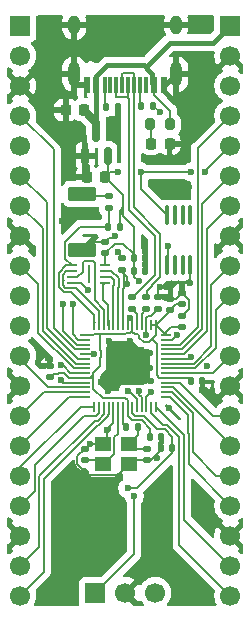
<source format=gbr>
%TF.GenerationSoftware,KiCad,Pcbnew,9.0.1*%
%TF.CreationDate,2026-01-20T01:34:41+00:00*%
%TF.ProjectId,heidi-pico,68656964-692d-4706-9963-6f2e6b696361,rev?*%
%TF.SameCoordinates,Original*%
%TF.FileFunction,Copper,L1,Top*%
%TF.FilePolarity,Positive*%
%FSLAX46Y46*%
G04 Gerber Fmt 4.6, Leading zero omitted, Abs format (unit mm)*
G04 Created by KiCad (PCBNEW 9.0.1) date 2026-01-20 01:34:41*
%MOMM*%
%LPD*%
G01*
G04 APERTURE LIST*
G04 Aperture macros list*
%AMRoundRect*
0 Rectangle with rounded corners*
0 $1 Rounding radius*
0 $2 $3 $4 $5 $6 $7 $8 $9 X,Y pos of 4 corners*
0 Add a 4 corners polygon primitive as box body*
4,1,4,$2,$3,$4,$5,$6,$7,$8,$9,$2,$3,0*
0 Add four circle primitives for the rounded corners*
1,1,$1+$1,$2,$3*
1,1,$1+$1,$4,$5*
1,1,$1+$1,$6,$7*
1,1,$1+$1,$8,$9*
0 Add four rect primitives between the rounded corners*
20,1,$1+$1,$2,$3,$4,$5,0*
20,1,$1+$1,$4,$5,$6,$7,0*
20,1,$1+$1,$6,$7,$8,$9,0*
20,1,$1+$1,$8,$9,$2,$3,0*%
G04 Aperture macros list end*
%TA.AperFunction,SMDPad,CuDef*%
%ADD10RoundRect,0.062500X-0.387500X-0.062500X0.387500X-0.062500X0.387500X0.062500X-0.387500X0.062500X0*%
%TD*%
%TA.AperFunction,HeatsinkPad*%
%ADD11R,0.200000X1.600000*%
%TD*%
%TA.AperFunction,SMDPad,CuDef*%
%ADD12RoundRect,0.140000X-0.140000X-0.170000X0.140000X-0.170000X0.140000X0.170000X-0.140000X0.170000X0*%
%TD*%
%TA.AperFunction,ComponentPad*%
%ADD13R,1.700000X1.700000*%
%TD*%
%TA.AperFunction,ComponentPad*%
%ADD14C,1.700000*%
%TD*%
%TA.AperFunction,SMDPad,CuDef*%
%ADD15RoundRect,0.135000X-0.185000X0.135000X-0.185000X-0.135000X0.185000X-0.135000X0.185000X0.135000X0*%
%TD*%
%TA.AperFunction,SMDPad,CuDef*%
%ADD16RoundRect,0.218750X-0.218750X-0.256250X0.218750X-0.256250X0.218750X0.256250X-0.218750X0.256250X0*%
%TD*%
%TA.AperFunction,SMDPad,CuDef*%
%ADD17RoundRect,0.100000X0.100000X-0.712500X0.100000X0.712500X-0.100000X0.712500X-0.100000X-0.712500X0*%
%TD*%
%TA.AperFunction,SMDPad,CuDef*%
%ADD18RoundRect,0.150000X0.150000X-0.587500X0.150000X0.587500X-0.150000X0.587500X-0.150000X-0.587500X0*%
%TD*%
%TA.AperFunction,SMDPad,CuDef*%
%ADD19RoundRect,0.140000X0.170000X-0.140000X0.170000X0.140000X-0.170000X0.140000X-0.170000X-0.140000X0*%
%TD*%
%TA.AperFunction,SMDPad,CuDef*%
%ADD20RoundRect,0.140000X-0.170000X0.140000X-0.170000X-0.140000X0.170000X-0.140000X0.170000X0.140000X0*%
%TD*%
%TA.AperFunction,SMDPad,CuDef*%
%ADD21R,0.600000X1.450000*%
%TD*%
%TA.AperFunction,SMDPad,CuDef*%
%ADD22R,0.300000X1.450000*%
%TD*%
%TA.AperFunction,HeatsinkPad*%
%ADD23O,1.000000X2.100000*%
%TD*%
%TA.AperFunction,HeatsinkPad*%
%ADD24O,1.000000X1.600000*%
%TD*%
%TA.AperFunction,SMDPad,CuDef*%
%ADD25RoundRect,0.100000X-1.050000X0.525000X-1.050000X-0.525000X1.050000X-0.525000X1.050000X0.525000X0*%
%TD*%
%TA.AperFunction,SMDPad,CuDef*%
%ADD26RoundRect,0.050000X-0.387500X-0.050000X0.387500X-0.050000X0.387500X0.050000X-0.387500X0.050000X0*%
%TD*%
%TA.AperFunction,SMDPad,CuDef*%
%ADD27RoundRect,0.050000X-0.050000X-0.387500X0.050000X-0.387500X0.050000X0.387500X-0.050000X0.387500X0*%
%TD*%
%TA.AperFunction,HeatsinkPad*%
%ADD28R,3.200000X3.200000*%
%TD*%
%TA.AperFunction,SMDPad,CuDef*%
%ADD29RoundRect,0.135000X0.135000X0.185000X-0.135000X0.185000X-0.135000X-0.185000X0.135000X-0.185000X0*%
%TD*%
%TA.AperFunction,SMDPad,CuDef*%
%ADD30RoundRect,0.135000X-0.135000X-0.185000X0.135000X-0.185000X0.135000X0.185000X-0.135000X0.185000X0*%
%TD*%
%TA.AperFunction,SMDPad,CuDef*%
%ADD31R,1.400000X1.200000*%
%TD*%
%TA.AperFunction,SMDPad,CuDef*%
%ADD32RoundRect,0.200000X0.200000X0.275000X-0.200000X0.275000X-0.200000X-0.275000X0.200000X-0.275000X0*%
%TD*%
%TA.AperFunction,SMDPad,CuDef*%
%ADD33RoundRect,0.225000X-0.225000X-0.250000X0.225000X-0.250000X0.225000X0.250000X-0.225000X0.250000X0*%
%TD*%
%TA.AperFunction,SMDPad,CuDef*%
%ADD34RoundRect,0.140000X0.140000X0.170000X-0.140000X0.170000X-0.140000X-0.170000X0.140000X-0.170000X0*%
%TD*%
%TA.AperFunction,SMDPad,CuDef*%
%ADD35RoundRect,0.225000X0.225000X0.250000X-0.225000X0.250000X-0.225000X-0.250000X0.225000X-0.250000X0*%
%TD*%
%TA.AperFunction,ViaPad*%
%ADD36C,0.600000*%
%TD*%
%TA.AperFunction,Conductor*%
%ADD37C,0.175000*%
%TD*%
%TA.AperFunction,Conductor*%
%ADD38C,0.200000*%
%TD*%
%TA.AperFunction,Conductor*%
%ADD39C,0.400000*%
%TD*%
%TA.AperFunction,Conductor*%
%ADD40C,0.700000*%
%TD*%
G04 APERTURE END LIST*
D10*
%TO.P,U3,1,~{CS}*%
%TO.N,QSPI_SS*%
X87825000Y-96250000D03*
%TO.P,U3,2,DO/IO_{1}*%
%TO.N,QSPI_SD1*%
X87825000Y-96750000D03*
%TO.P,U3,3,~{WP}/IO_{2}*%
%TO.N,QSPI_SD2*%
X87825000Y-97250000D03*
%TO.P,U3,4,GND*%
%TO.N,GND*%
X87825000Y-97750000D03*
%TO.P,U3,5,DI/IO_{0}*%
%TO.N,QSPI_SD0*%
X90675000Y-97750000D03*
%TO.P,U3,6,CLK*%
%TO.N,QSPI_SCLK*%
X90675000Y-97250000D03*
%TO.P,U3,7,~{HOLD}/~{RESET}/IO_{3}*%
%TO.N,QSPI_SD3*%
X90675000Y-96750000D03*
%TO.P,U3,8,VCC*%
%TO.N,+3V3*%
X90675000Y-96250000D03*
D11*
%TO.P,U3,9*%
%TO.N,N/C*%
X89250000Y-97000000D03*
%TD*%
D12*
%TO.P,C5,1*%
%TO.N,+3V3*%
X93070000Y-95660000D03*
%TO.P,C5,2*%
%TO.N,GND*%
X94030000Y-95660000D03*
%TD*%
%TO.P,C10,1*%
%TO.N,+3V3*%
X94450000Y-110750000D03*
%TO.P,C10,2*%
%TO.N,GND*%
X95410000Y-110750000D03*
%TD*%
D13*
%TO.P,J3,1,Pin_1*%
%TO.N,GPIO0*%
X83460000Y-75970000D03*
D14*
%TO.P,J3,2,Pin_2*%
%TO.N,GPIO1*%
X83460000Y-78510000D03*
%TO.P,J3,3,Pin_3*%
%TO.N,GND*%
X83460000Y-81050000D03*
%TO.P,J3,4,Pin_4*%
%TO.N,GPIO2*%
X83460000Y-83590000D03*
%TO.P,J3,5,Pin_5*%
%TO.N,GPIO3*%
X83460000Y-86130000D03*
%TO.P,J3,6,Pin_6*%
%TO.N,GPIO4*%
X83460000Y-88670000D03*
%TO.P,J3,7,Pin_7*%
%TO.N,GPIO5*%
X83460000Y-91210000D03*
%TO.P,J3,8,Pin_8*%
%TO.N,GND*%
X83460000Y-93750000D03*
%TO.P,J3,9,Pin_9*%
%TO.N,GPIO6*%
X83460000Y-96290000D03*
%TO.P,J3,10,Pin_10*%
%TO.N,GPIO7*%
X83460000Y-98830000D03*
%TO.P,J3,11,Pin_11*%
%TO.N,GPIO8*%
X83460000Y-101370000D03*
%TO.P,J3,12,Pin_12*%
%TO.N,GPIO9*%
X83460000Y-103910000D03*
%TO.P,J3,13,Pin_13*%
%TO.N,GND*%
X83460000Y-106450000D03*
%TO.P,J3,14,Pin_14*%
%TO.N,GPIO10*%
X83460000Y-108990000D03*
%TO.P,J3,15,Pin_15*%
%TO.N,GPIO11*%
X83460000Y-111530000D03*
%TO.P,J3,16,Pin_16*%
%TO.N,GPIO12*%
X83460000Y-114070000D03*
%TO.P,J3,17,Pin_17*%
%TO.N,GPIO13*%
X83460000Y-116610000D03*
%TO.P,J3,18,Pin_18*%
%TO.N,GND*%
X83460000Y-119150000D03*
%TO.P,J3,19,Pin_19*%
%TO.N,GPIO14*%
X83460000Y-121690000D03*
%TO.P,J3,20,Pin_20*%
%TO.N,GPIO15*%
X83460000Y-124230000D03*
%TD*%
D15*
%TO.P,R6,1*%
%TO.N,Net-(R6-Pad1)*%
X90960000Y-90360000D03*
%TO.P,R6,2*%
%TO.N,QSPI_SS*%
X90960000Y-91380000D03*
%TD*%
D16*
%TO.P,D1,1,K*%
%TO.N,Net-(D1-K)*%
X94522500Y-85950000D03*
%TO.P,D1,2,A*%
%TO.N,GND*%
X96097500Y-85950000D03*
%TD*%
D17*
%TO.P,U4,1,DQ*%
%TO.N,GPIO25*%
X95905000Y-96252500D03*
%TO.P,U4,2,NC*%
%TO.N,unconnected-(U4-NC-Pad2)*%
X96555000Y-96252500D03*
%TO.P,U4,3,NC*%
%TO.N,unconnected-(U4-NC-Pad3)*%
X97205000Y-96252500D03*
%TO.P,U4,4,GND*%
%TO.N,GND*%
X97855000Y-96252500D03*
%TO.P,U4,5,NC*%
%TO.N,unconnected-(U4-NC-Pad5)*%
X97855000Y-92027500D03*
%TO.P,U4,6,NC*%
%TO.N,unconnected-(U4-NC-Pad6)*%
X97205000Y-92027500D03*
%TO.P,U4,7,NC*%
%TO.N,unconnected-(U4-NC-Pad7)*%
X96555000Y-92027500D03*
%TO.P,U4,8,V_{DD}*%
%TO.N,+3V3*%
X95905000Y-92027500D03*
%TD*%
D13*
%TO.P,J2,1,Pin_1*%
%TO.N,SWCLK*%
X89810000Y-123990000D03*
D14*
%TO.P,J2,2,Pin_2*%
%TO.N,GND*%
X92350000Y-123990000D03*
%TO.P,J2,3,Pin_3*%
%TO.N,SWD*%
X94890000Y-123990000D03*
%TD*%
D18*
%TO.P,U2,1,GND*%
%TO.N,GND*%
X88960000Y-86967500D03*
%TO.P,U2,2,VO*%
%TO.N,+3V3*%
X90860000Y-86967500D03*
%TO.P,U2,3,VI*%
%TO.N,VBUS*%
X89910000Y-85092500D03*
%TD*%
D19*
%TO.P,C7,1*%
%TO.N,+3V3*%
X97180000Y-101480000D03*
%TO.P,C7,2*%
%TO.N,GND*%
X97180000Y-100520000D03*
%TD*%
D12*
%TO.P,C8,1*%
%TO.N,+3V3*%
X97920000Y-106080000D03*
%TO.P,C8,2*%
%TO.N,GND*%
X98880000Y-106080000D03*
%TD*%
D20*
%TO.P,C15,1*%
%TO.N,Net-(C15-Pad1)*%
X94190000Y-111790000D03*
%TO.P,C15,2*%
%TO.N,GND*%
X94190000Y-112750000D03*
%TD*%
D21*
%TO.P,J1,A1,GND*%
%TO.N,GND*%
X95600000Y-81007000D03*
%TO.P,J1,A4,VBUS*%
%TO.N,VBUS*%
X94800000Y-81007000D03*
D22*
%TO.P,J1,A5,CC1*%
%TO.N,Net-(J1-CC1)*%
X93600000Y-81007000D03*
%TO.P,J1,A6,D+*%
%TO.N,USB_D+*%
X92600000Y-81007000D03*
%TO.P,J1,A7,D-*%
%TO.N,USB_D-*%
X92100000Y-81007000D03*
%TO.P,J1,A8*%
%TO.N,N/C*%
X91100000Y-81007000D03*
D21*
%TO.P,J1,A9,VBUS*%
%TO.N,VBUS*%
X89900000Y-81007000D03*
%TO.P,J1,A12,GND*%
%TO.N,GND*%
X89100000Y-81007000D03*
%TO.P,J1,B1,GND*%
X89100000Y-81007000D03*
%TO.P,J1,B4,VBUS*%
%TO.N,VBUS*%
X89900000Y-81007000D03*
D22*
%TO.P,J1,B5,CC2*%
%TO.N,Net-(J1-CC2)*%
X90600000Y-81007000D03*
%TO.P,J1,B6,D+*%
%TO.N,USB_D+*%
X91600000Y-81007000D03*
%TO.P,J1,B7,D-*%
%TO.N,USB_D-*%
X93100000Y-81007000D03*
%TO.P,J1,B8*%
%TO.N,N/C*%
X94100000Y-81007000D03*
D21*
%TO.P,J1,B9,VBUS*%
%TO.N,VBUS*%
X94800000Y-81007000D03*
%TO.P,J1,B12,GND*%
%TO.N,GND*%
X95600000Y-81007000D03*
D23*
%TO.P,J1,S1,SHIELD*%
X96670000Y-80092000D03*
D24*
X96670000Y-75912000D03*
D23*
X88030000Y-80092000D03*
D24*
X88030000Y-75912000D03*
%TD*%
D25*
%TO.P,SW1,1,1*%
%TO.N,GND*%
X88720000Y-94955000D03*
%TO.P,SW1,2,2*%
%TO.N,Net-(R6-Pad1)*%
X88720000Y-90205000D03*
%TD*%
D26*
%TO.P,U1,1,IOVDD*%
%TO.N,+3V3*%
X88902500Y-102180000D03*
%TO.P,U1,2,GPIO0*%
%TO.N,GPIO0*%
X88902500Y-102580000D03*
%TO.P,U1,3,GPIO1*%
%TO.N,GPIO1*%
X88902500Y-102980000D03*
%TO.P,U1,4,GPIO2*%
%TO.N,GPIO2*%
X88902500Y-103380000D03*
%TO.P,U1,5,GPIO3*%
%TO.N,GPIO3*%
X88902500Y-103780000D03*
%TO.P,U1,6,GPIO4*%
%TO.N,GPIO4*%
X88902500Y-104180000D03*
%TO.P,U1,7,GPIO5*%
%TO.N,GPIO5*%
X88902500Y-104580000D03*
%TO.P,U1,8,GPIO6*%
%TO.N,GPIO6*%
X88902500Y-104980000D03*
%TO.P,U1,9,GPIO7*%
%TO.N,GPIO7*%
X88902500Y-105380000D03*
%TO.P,U1,10,IOVDD*%
%TO.N,+3V3*%
X88902500Y-105780000D03*
%TO.P,U1,11,GPIO8*%
%TO.N,GPIO8*%
X88902500Y-106180000D03*
%TO.P,U1,12,GPIO9*%
%TO.N,GPIO9*%
X88902500Y-106580000D03*
%TO.P,U1,13,GPIO10*%
%TO.N,GPIO10*%
X88902500Y-106980000D03*
%TO.P,U1,14,GPIO11*%
%TO.N,GPIO11*%
X88902500Y-107380000D03*
D27*
%TO.P,U1,15,GPIO12*%
%TO.N,GPIO12*%
X89740000Y-108217500D03*
%TO.P,U1,16,GPIO13*%
%TO.N,GPIO13*%
X90140000Y-108217500D03*
%TO.P,U1,17,GPIO14*%
%TO.N,GPIO14*%
X90540000Y-108217500D03*
%TO.P,U1,18,GPIO15*%
%TO.N,GPIO15*%
X90940000Y-108217500D03*
%TO.P,U1,19,TESTEN*%
%TO.N,GND*%
X91340000Y-108217500D03*
%TO.P,U1,20,XIN*%
%TO.N,XIN*%
X91740000Y-108217500D03*
%TO.P,U1,21,XOUT*%
%TO.N,XOUT*%
X92140000Y-108217500D03*
%TO.P,U1,22,IOVDD*%
%TO.N,+3V3*%
X92540000Y-108217500D03*
%TO.P,U1,23,DVDD*%
%TO.N,+1V1*%
X92940000Y-108217500D03*
%TO.P,U1,24,SWCLK*%
%TO.N,SWCLK*%
X93340000Y-108217500D03*
%TO.P,U1,25,SWD*%
%TO.N,SWD*%
X93740000Y-108217500D03*
%TO.P,U1,26,RUN*%
%TO.N,RUN*%
X94140000Y-108217500D03*
%TO.P,U1,27,GPIO16*%
%TO.N,GPIO16*%
X94540000Y-108217500D03*
%TO.P,U1,28,GPIO17*%
%TO.N,GPIO17*%
X94940000Y-108217500D03*
D26*
%TO.P,U1,29,GPIO18*%
%TO.N,GPIO18*%
X95777500Y-107380000D03*
%TO.P,U1,30,GPIO19*%
%TO.N,GPIO19*%
X95777500Y-106980000D03*
%TO.P,U1,31,GPIO20*%
%TO.N,GPIO20*%
X95777500Y-106580000D03*
%TO.P,U1,32,GPIO21*%
%TO.N,GPIO21*%
X95777500Y-106180000D03*
%TO.P,U1,33,IOVDD*%
%TO.N,+3V3*%
X95777500Y-105780000D03*
%TO.P,U1,34,GPIO22*%
%TO.N,GPIO22*%
X95777500Y-105380000D03*
%TO.P,U1,35,GPIO23*%
%TO.N,GPIO23*%
X95777500Y-104980000D03*
%TO.P,U1,36,GPIO24*%
%TO.N,GPIO24*%
X95777500Y-104580000D03*
%TO.P,U1,37,GPIO25*%
%TO.N,GPIO25*%
X95777500Y-104180000D03*
%TO.P,U1,38,GPIO26_ADC0*%
%TO.N,GPIO26_ADC0*%
X95777500Y-103780000D03*
%TO.P,U1,39,GPIO27_ADC1*%
%TO.N,GPIO27_ADC1*%
X95777500Y-103380000D03*
%TO.P,U1,40,GPIO28_ADC2*%
%TO.N,GPIO28_ADC2*%
X95777500Y-102980000D03*
%TO.P,U1,41,GPIO29_ADC3*%
%TO.N,GPIO29_ADC3*%
X95777500Y-102580000D03*
%TO.P,U1,42,IOVDD*%
%TO.N,+3V3*%
X95777500Y-102180000D03*
D27*
%TO.P,U1,43,ADC_AVDD*%
X94940000Y-101342500D03*
%TO.P,U1,44,VREG_IN*%
X94540000Y-101342500D03*
%TO.P,U1,45,VREG_VOUT*%
%TO.N,+1V1*%
X94140000Y-101342500D03*
%TO.P,U1,46,USB_DM*%
%TO.N,Net-(U1-USB_DM)*%
X93740000Y-101342500D03*
%TO.P,U1,47,USB_DP*%
%TO.N,Net-(U1-USB_DP)*%
X93340000Y-101342500D03*
%TO.P,U1,48,USB_VDD*%
%TO.N,+3V3*%
X92940000Y-101342500D03*
%TO.P,U1,49,IOVDD*%
X92540000Y-101342500D03*
%TO.P,U1,50,DVDD*%
%TO.N,+1V1*%
X92140000Y-101342500D03*
%TO.P,U1,51,QSPI_SD3*%
%TO.N,QSPI_SD3*%
X91740000Y-101342500D03*
%TO.P,U1,52,QSPI_SCLK*%
%TO.N,QSPI_SCLK*%
X91340000Y-101342500D03*
%TO.P,U1,53,QSPI_SD0*%
%TO.N,QSPI_SD0*%
X90940000Y-101342500D03*
%TO.P,U1,54,QSPI_SD2*%
%TO.N,QSPI_SD2*%
X90540000Y-101342500D03*
%TO.P,U1,55,QSPI_SD1*%
%TO.N,QSPI_SD1*%
X90140000Y-101342500D03*
%TO.P,U1,56,QSPI_SS*%
%TO.N,QSPI_SS*%
X89740000Y-101342500D03*
D28*
%TO.P,U1,57,GND*%
%TO.N,GND*%
X92340000Y-104780000D03*
%TD*%
D29*
%TO.P,R5,1*%
%TO.N,+3V3*%
X91880000Y-92990000D03*
%TO.P,R5,2*%
%TO.N,QSPI_SS*%
X90860000Y-92990000D03*
%TD*%
D30*
%TO.P,R3,1*%
%TO.N,Net-(J1-CC1)*%
X93690000Y-82750000D03*
%TO.P,R3,2*%
%TO.N,GND*%
X94710000Y-82750000D03*
%TD*%
D12*
%TO.P,C9,1*%
%TO.N,+3V3*%
X93070000Y-96710000D03*
%TO.P,C9,2*%
%TO.N,GND*%
X94030000Y-96710000D03*
%TD*%
D31*
%TO.P,Y1,1,1*%
%TO.N,XIN*%
X90450000Y-113120000D03*
%TO.P,Y1,2,2*%
%TO.N,GND*%
X92650000Y-113120000D03*
%TO.P,Y1,3,3*%
%TO.N,Net-(C15-Pad1)*%
X92650000Y-111420000D03*
%TO.P,Y1,4,4*%
%TO.N,GND*%
X90450000Y-111420000D03*
%TD*%
D32*
%TO.P,R8,1*%
%TO.N,VBUS*%
X96135000Y-84320000D03*
%TO.P,R8,2*%
%TO.N,Net-(D1-K)*%
X94485000Y-84320000D03*
%TD*%
D19*
%TO.P,C1,1*%
%TO.N,+1V1*%
X95150000Y-99920000D03*
%TO.P,C1,2*%
%TO.N,GND*%
X95150000Y-98960000D03*
%TD*%
D29*
%TO.P,R7,1*%
%TO.N,Net-(C15-Pad1)*%
X93430000Y-109980000D03*
%TO.P,R7,2*%
%TO.N,XOUT*%
X92410000Y-109980000D03*
%TD*%
%TO.P,R4,1*%
%TO.N,GND*%
X91710000Y-82840000D03*
%TO.P,R4,2*%
%TO.N,Net-(J1-CC2)*%
X90690000Y-82840000D03*
%TD*%
D20*
%TO.P,C14,1*%
%TO.N,GND*%
X88910000Y-111820000D03*
%TO.P,C14,2*%
%TO.N,XIN*%
X88910000Y-112780000D03*
%TD*%
D13*
%TO.P,J4,1,Pin_1*%
%TO.N,VBUS*%
X101240000Y-75970000D03*
D14*
%TO.P,J4,2,Pin_2*%
%TO.N,GND*%
X101240000Y-78510000D03*
%TO.P,J4,3,Pin_3*%
%TO.N,GPIO29_ADC3*%
X101240000Y-81050000D03*
%TO.P,J4,4,Pin_4*%
%TO.N,GPIO28_ADC2*%
X101240000Y-83590000D03*
%TO.P,J4,5,Pin_5*%
%TO.N,+3V3*%
X101240000Y-86130000D03*
%TO.P,J4,6,Pin_6*%
%TO.N,GPIO27_ADC1*%
X101240000Y-88670000D03*
%TO.P,J4,7,Pin_7*%
%TO.N,GPIO26_ADC0*%
X101240000Y-91210000D03*
%TO.P,J4,8,Pin_8*%
%TO.N,GND*%
X101240000Y-93750000D03*
%TO.P,J4,9,Pin_9*%
%TO.N,GPIO24*%
X101240000Y-96290000D03*
%TO.P,J4,10,Pin_10*%
%TO.N,GPIO23*%
X101240000Y-98830000D03*
%TO.P,J4,11,Pin_11*%
%TO.N,RUN*%
X101240000Y-101370000D03*
%TO.P,J4,12,Pin_12*%
%TO.N,GPIO22*%
X101240000Y-103910000D03*
%TO.P,J4,13,Pin_13*%
%TO.N,GND*%
X101240000Y-106450000D03*
%TO.P,J4,14,Pin_14*%
%TO.N,GPIO21*%
X101240000Y-108990000D03*
%TO.P,J4,15,Pin_15*%
%TO.N,GPIO20*%
X101240000Y-111530000D03*
%TO.P,J4,16,Pin_16*%
%TO.N,GPIO19*%
X101240000Y-114070000D03*
%TO.P,J4,17,Pin_17*%
%TO.N,GPIO18*%
X101240000Y-116610000D03*
%TO.P,J4,18,Pin_18*%
%TO.N,GND*%
X101240000Y-119150000D03*
%TO.P,J4,19,Pin_19*%
%TO.N,GPIO17*%
X101240000Y-121690000D03*
%TO.P,J4,20,Pin_20*%
%TO.N,GPIO16*%
X101240000Y-124230000D03*
%TD*%
D19*
%TO.P,C11,1*%
%TO.N,+3V3*%
X96180000Y-100060000D03*
%TO.P,C11,2*%
%TO.N,GND*%
X96180000Y-99100000D03*
%TD*%
%TO.P,C2,1*%
%TO.N,+1V1*%
X92050000Y-96620000D03*
%TO.P,C2,2*%
%TO.N,GND*%
X92050000Y-95660000D03*
%TD*%
%TO.P,C16,1*%
%TO.N,+3V3*%
X90670000Y-95230000D03*
%TO.P,C16,2*%
%TO.N,GND*%
X90670000Y-94270000D03*
%TD*%
D33*
%TO.P,C13,1*%
%TO.N,GND*%
X87295000Y-83100000D03*
%TO.P,C13,2*%
%TO.N,VBUS*%
X88845000Y-83100000D03*
%TD*%
D19*
%TO.P,C6,1*%
%TO.N,+3V3*%
X97170000Y-99570000D03*
%TO.P,C6,2*%
%TO.N,GND*%
X97170000Y-98610000D03*
%TD*%
D34*
%TO.P,C3,1*%
%TO.N,+1V1*%
X96340000Y-111750000D03*
%TO.P,C3,2*%
%TO.N,GND*%
X95380000Y-111750000D03*
%TD*%
D15*
%TO.P,R1,1*%
%TO.N,USB_D+*%
X92960000Y-98950000D03*
%TO.P,R1,2*%
%TO.N,Net-(U1-USB_DP)*%
X92960000Y-99970000D03*
%TD*%
D35*
%TO.P,C12,1*%
%TO.N,+3V3*%
X90660000Y-88780000D03*
%TO.P,C12,2*%
%TO.N,GND*%
X89110000Y-88780000D03*
%TD*%
D15*
%TO.P,R2,1*%
%TO.N,USB_D-*%
X94140000Y-98950000D03*
%TO.P,R2,2*%
%TO.N,Net-(U1-USB_DM)*%
X94140000Y-99970000D03*
%TD*%
D19*
%TO.P,C4,1*%
%TO.N,+3V3*%
X86000000Y-105740000D03*
%TO.P,C4,2*%
%TO.N,GND*%
X86000000Y-104780000D03*
%TD*%
D36*
%TO.N,SWCLK*%
X89810000Y-123990000D03*
X93122500Y-115810000D03*
%TO.N,GND*%
X89030000Y-91940000D03*
X90925388Y-106904000D03*
X90780000Y-110190000D03*
X90990000Y-102670000D03*
X95280000Y-83310000D03*
X91490000Y-93810000D03*
X95060000Y-112570000D03*
X93940000Y-94330000D03*
X99070000Y-106840000D03*
X91876883Y-114131473D03*
X89162500Y-98331650D03*
X94410000Y-103700000D03*
X91760000Y-95127500D03*
X88891225Y-113698775D03*
X94500000Y-106030000D03*
X97830000Y-97750000D03*
X90270000Y-106140000D03*
X96050000Y-108310000D03*
X99298350Y-104792501D03*
X95480000Y-89580000D03*
X95330000Y-98100000D03*
X97710000Y-89660000D03*
X89390000Y-111420000D03*
X94430000Y-104920000D03*
X85770000Y-104100000D03*
X95480000Y-89580000D03*
X87030000Y-92500000D03*
X99070000Y-106840000D03*
X92750000Y-102640000D03*
X98430000Y-115490000D03*
X91570000Y-84830000D03*
X96110000Y-86980000D03*
%TO.N,+1V1*%
X92552500Y-115131500D03*
X92480000Y-97800000D03*
X94143692Y-102158144D03*
%TO.N,+3V3*%
X92752500Y-100739996D03*
X93710000Y-88350000D03*
X99083500Y-88360000D03*
X91740000Y-88390000D03*
X93475735Y-97615735D03*
X97908500Y-88350000D03*
%TO.N,SWCLK*%
X92580000Y-106930000D03*
%TO.N,SWD*%
X93532901Y-106937099D03*
%TO.N,GPIO7*%
X86929574Y-104730426D03*
%TO.N,GPIO3*%
X89740000Y-103780000D03*
%TO.N,GPIO0*%
X87913446Y-99520390D03*
%TO.N,GPIO1*%
X87113882Y-99493887D03*
%TO.N,GPIO8*%
X86921650Y-105992501D03*
%TO.N,RUN*%
X94510000Y-107000000D03*
%TO.N,GPIO29_ADC3*%
X96715000Y-102190305D03*
%TO.N,GPIO25*%
X95930000Y-94590000D03*
X97890094Y-103992500D03*
%TD*%
D37*
%TO.N,SWCLK*%
X93122500Y-120677500D02*
X89810000Y-123990000D01*
X93122500Y-115810000D02*
X93122500Y-120677500D01*
%TO.N,GND*%
X94680000Y-112570000D02*
X94500000Y-112750000D01*
D38*
X95150000Y-98960000D02*
X95150000Y-98280000D01*
D37*
X87630000Y-91900000D02*
X87030000Y-92500000D01*
X95410000Y-110750000D02*
X95410000Y-111720000D01*
D38*
X94710000Y-82750000D02*
X94720000Y-82750000D01*
X94190000Y-112750000D02*
X93020000Y-112750000D01*
D39*
X95755000Y-81007000D02*
X96670000Y-80092000D01*
X95600000Y-81007000D02*
X95600000Y-81530000D01*
D38*
X90450000Y-111420000D02*
X89390000Y-111420000D01*
X88299000Y-113106550D02*
X88299000Y-112431000D01*
X91340000Y-93960000D02*
X90980000Y-93960000D01*
D37*
X95410000Y-111720000D02*
X95380000Y-111750000D01*
D38*
X91760000Y-95267500D02*
X91760000Y-95340000D01*
D37*
X94500000Y-112750000D02*
X94190000Y-112750000D01*
D38*
X91760000Y-95200000D02*
X92070000Y-95510000D01*
X89390000Y-111420000D02*
X89310000Y-111420000D01*
X97830000Y-97750000D02*
X97830000Y-96277500D01*
D37*
X89020000Y-91900000D02*
X87630000Y-91900000D01*
D38*
X95150000Y-98280000D02*
X95330000Y-98100000D01*
X90980000Y-93960000D02*
X90670000Y-94270000D01*
X93020000Y-112750000D02*
X92650000Y-113120000D01*
D39*
X95600000Y-81007000D02*
X95755000Y-81007000D01*
D37*
X90780000Y-111090000D02*
X90450000Y-111420000D01*
X89020000Y-91930000D02*
X89020000Y-91900000D01*
D38*
X94720000Y-82750000D02*
X95280000Y-83310000D01*
X97630000Y-89580000D02*
X97710000Y-89660000D01*
D37*
X85770000Y-104100000D02*
X85770000Y-104550000D01*
D38*
X89222450Y-114030000D02*
X88891225Y-113698775D01*
X88299000Y-112431000D02*
X88910000Y-111820000D01*
D37*
X90670000Y-94270000D02*
X89405000Y-94270000D01*
D38*
X89310000Y-111420000D02*
X88910000Y-111820000D01*
D37*
X95380000Y-111750000D02*
X95380000Y-111870000D01*
X87825000Y-97750000D02*
X88580850Y-97750000D01*
X96180000Y-99100000D02*
X96680000Y-99100000D01*
X91340000Y-108217500D02*
X91340000Y-109630000D01*
X95380000Y-111870000D02*
X94500000Y-112750000D01*
D38*
X97830000Y-96277500D02*
X97855000Y-96252500D01*
D39*
X95600000Y-81530000D02*
X96510000Y-82440000D01*
D38*
X92650000Y-113120000D02*
X91740000Y-114030000D01*
D37*
X97768500Y-99208500D02*
X97170000Y-98610000D01*
X91340000Y-109630000D02*
X90780000Y-110190000D01*
X89405000Y-94270000D02*
X88720000Y-94955000D01*
D38*
X96097500Y-86967500D02*
X96110000Y-86980000D01*
D37*
X97180000Y-100520000D02*
X97768500Y-99931500D01*
D38*
X92070000Y-95510000D02*
X92070000Y-95720000D01*
D37*
X90780000Y-110190000D02*
X90780000Y-111090000D01*
X85770000Y-104550000D02*
X86000000Y-104780000D01*
X97768500Y-99931500D02*
X97768500Y-99208500D01*
X88580850Y-97750000D02*
X89162500Y-98331650D01*
X89030000Y-91940000D02*
X89020000Y-91930000D01*
X96680000Y-99100000D02*
X97170000Y-98610000D01*
D38*
X91490000Y-93810000D02*
X91340000Y-93960000D01*
D37*
X95060000Y-112570000D02*
X94680000Y-112570000D01*
D38*
X88891225Y-113698775D02*
X88299000Y-113106550D01*
X91740000Y-114030000D02*
X89222450Y-114030000D01*
D37*
%TO.N,+1V1*%
X96340000Y-110760128D02*
X96340000Y-111750000D01*
X92552500Y-115131500D02*
X93370765Y-115131500D01*
X94140000Y-101342500D02*
X94140000Y-100690000D01*
X94140000Y-101342500D02*
X94140000Y-102154452D01*
X92070000Y-96820000D02*
X92480000Y-97230000D01*
X94541500Y-100528500D02*
X95150000Y-99920000D01*
X94140000Y-100690000D02*
X94301500Y-100528500D01*
X95051500Y-110151500D02*
X95731372Y-110151500D01*
X92480000Y-97230000D02*
X92480000Y-97800000D01*
X93165500Y-108995500D02*
X93899904Y-108995500D01*
X94140000Y-102154452D02*
X94143692Y-102158144D01*
X94826000Y-109921596D02*
X94826000Y-109926000D01*
X95731372Y-110151500D02*
X96340000Y-110760128D01*
X92140000Y-101342500D02*
X92140000Y-98296610D01*
X96340000Y-112162265D02*
X96340000Y-111750000D01*
X92230000Y-98206610D02*
X92230000Y-96980000D01*
X92940000Y-108770000D02*
X93165500Y-108995500D01*
X92230000Y-96980000D02*
X92070000Y-96820000D01*
X92140000Y-98296610D02*
X92230000Y-98206610D01*
X94826000Y-109926000D02*
X95051500Y-110151500D01*
X94301500Y-100528500D02*
X94541500Y-100528500D01*
X93899904Y-108995500D02*
X94826000Y-109921596D01*
X92940000Y-108217500D02*
X92940000Y-108770000D01*
X93370765Y-115131500D02*
X96340000Y-112162265D01*
%TO.N,+3V3*%
X89650000Y-105760000D02*
X89650000Y-106710000D01*
X91931598Y-102068500D02*
X91548402Y-102068500D01*
X90230000Y-104122265D02*
X90230000Y-104760000D01*
X90748402Y-102068500D02*
X90740000Y-102060098D01*
X89650000Y-106710000D02*
X90431500Y-107491500D01*
X97170000Y-99570000D02*
X96670000Y-99570000D01*
D38*
X94540000Y-101342500D02*
X94940000Y-101342500D01*
D37*
X88902500Y-105780000D02*
X88891000Y-105791500D01*
X92940000Y-101342500D02*
X92940000Y-100810000D01*
X89650000Y-105340000D02*
X89650000Y-105550098D01*
X93555192Y-102225192D02*
X93555192Y-102401909D01*
X91531598Y-102068500D02*
X91148402Y-102068500D01*
X93700000Y-88360000D02*
X93710000Y-88350000D01*
X90348402Y-102068500D02*
X90340000Y-102060098D01*
X91140000Y-107499902D02*
X91148402Y-107491500D01*
X89480049Y-105720049D02*
X89503049Y-105720049D01*
X90731598Y-102068500D02*
X90348402Y-102068500D01*
X89650000Y-105550098D02*
X89480049Y-105720049D01*
X89650000Y-102180000D02*
X88902500Y-102180000D01*
X92180000Y-92100000D02*
X93070000Y-92990000D01*
X87165415Y-105404001D02*
X86677885Y-105404001D01*
X91948402Y-102068500D02*
X91940000Y-102060098D01*
X87510150Y-105748736D02*
X87165415Y-105404001D01*
X92430098Y-101970000D02*
X92331598Y-102068500D01*
D38*
X96320000Y-99910000D02*
X96320000Y-99962500D01*
D37*
X91931598Y-107491500D02*
X91940000Y-107499902D01*
X90230000Y-104760000D02*
X89650000Y-105340000D01*
X94450000Y-110077340D02*
X93744160Y-109371500D01*
D38*
X97620000Y-105780000D02*
X97920000Y-106080000D01*
D37*
X92940000Y-100810000D02*
X92760000Y-100630000D01*
X91148402Y-107491500D02*
X91531598Y-107491500D01*
X90230000Y-102190000D02*
X90230000Y-103437735D01*
X91880000Y-91660000D02*
X92180000Y-91960000D01*
X92331598Y-107491500D02*
X92540000Y-107699902D01*
X91540000Y-102060098D02*
X91531598Y-102068500D01*
X92951500Y-101621500D02*
X92951500Y-101871598D01*
X92540000Y-107699902D02*
X92540000Y-108217500D01*
X92180000Y-91960000D02*
X92180000Y-92100000D01*
X89480049Y-105720049D02*
X89420098Y-105780000D01*
X91050000Y-88390000D02*
X90660000Y-88780000D01*
D38*
X95777500Y-101902500D02*
X95777500Y-102180000D01*
D37*
X93710000Y-88350000D02*
X93710000Y-89832500D01*
X89931598Y-102068500D02*
X89761500Y-102068500D01*
X91140000Y-102060098D02*
X91131598Y-102068500D01*
X90740000Y-102060098D02*
X90731598Y-102068500D01*
X90431500Y-107491500D02*
X90731598Y-107491500D01*
X99020000Y-88350000D02*
X99073500Y-88350000D01*
X99073500Y-88350000D02*
X99083500Y-88360000D01*
X92180000Y-91360000D02*
X92180000Y-92100000D01*
X92752500Y-100637500D02*
X92752500Y-100739996D01*
X91940000Y-102060098D02*
X91931598Y-102068500D01*
D38*
X95777500Y-105780000D02*
X95240000Y-105780000D01*
D37*
X89503049Y-105720049D02*
X89650000Y-105867000D01*
X93148402Y-102068500D02*
X93398500Y-102068500D01*
X89420098Y-105780000D02*
X88902500Y-105780000D01*
D38*
X96320000Y-99962500D02*
X94940000Y-101342500D01*
D37*
X90748402Y-107491500D02*
X91131598Y-107491500D01*
X92180000Y-90300000D02*
X92180000Y-91360000D01*
X96670000Y-99570000D02*
X96180000Y-100060000D01*
X93070000Y-97210000D02*
X93475735Y-97615735D01*
X91940000Y-107499902D02*
X91948402Y-107491500D01*
X92180000Y-94450000D02*
X91450000Y-94450000D01*
X91531598Y-107491500D02*
X91540000Y-107499902D01*
X93899927Y-102746644D02*
X94387457Y-102746644D01*
X90328500Y-104023765D02*
X90230000Y-104122265D01*
X90230000Y-103437735D02*
X90328500Y-103536235D01*
X92940000Y-101780000D02*
X92750000Y-101970000D01*
X90331598Y-102068500D02*
X89948402Y-102068500D01*
X86290000Y-105450000D02*
X86000000Y-105740000D01*
D38*
X95040000Y-105580000D02*
X95040000Y-102900000D01*
D37*
X101240000Y-86130000D02*
X99020000Y-88350000D01*
X86631886Y-105450000D02*
X86290000Y-105450000D01*
X92940000Y-101342500D02*
X92940000Y-101610000D01*
X94450000Y-110750000D02*
X94450000Y-110077340D01*
X93070000Y-96710000D02*
X93070000Y-97210000D01*
X90670000Y-95230000D02*
X90670000Y-96245000D01*
X92940000Y-101610000D02*
X92951500Y-101621500D01*
D38*
X97180000Y-101480000D02*
X96200000Y-101480000D01*
D37*
X92540000Y-109030000D02*
X92540000Y-108217500D01*
X90328500Y-103536235D02*
X90328500Y-104023765D01*
D38*
X95040000Y-102900000D02*
X94645889Y-102505889D01*
D37*
X89948402Y-102068500D02*
X89940000Y-102060098D01*
X88891000Y-105791500D02*
X87551500Y-105791500D01*
X94387457Y-102746644D02*
X94940000Y-102194101D01*
X92951500Y-101871598D02*
X93148402Y-102068500D01*
X91548402Y-102068500D02*
X91540000Y-102060098D01*
X97908500Y-88350000D02*
X93710000Y-88350000D01*
D38*
X94940000Y-101342500D02*
X95777500Y-102180000D01*
D37*
X92331598Y-102068500D02*
X91948402Y-102068500D01*
X91131598Y-102068500D02*
X90748402Y-102068500D01*
X86677885Y-105404001D02*
X86631886Y-105450000D01*
X90860000Y-86967500D02*
X90860000Y-88580000D01*
X92881500Y-109371500D02*
X92540000Y-109030000D01*
X92940000Y-101342500D02*
X92940000Y-101780000D01*
X93070000Y-95660000D02*
X93070000Y-95340000D01*
X92760000Y-100630000D02*
X92752500Y-100637500D01*
X91450000Y-94450000D02*
X90670000Y-95230000D01*
X93398500Y-102068500D02*
X93555192Y-102225192D01*
X92540000Y-101342500D02*
X92540000Y-100952496D01*
X89940000Y-102060098D02*
X89931598Y-102068500D01*
X93070000Y-92990000D02*
X93070000Y-96710000D01*
X92540000Y-100952496D02*
X92752500Y-100739996D01*
X90340000Y-102060098D02*
X90331598Y-102068500D01*
X89650000Y-105760000D02*
X89650000Y-105867000D01*
X93070000Y-95340000D02*
X92180000Y-94450000D01*
X90660000Y-88780000D02*
X92180000Y-90300000D01*
X90731598Y-107491500D02*
X90740000Y-107499902D01*
X91880000Y-92990000D02*
X91880000Y-91660000D01*
X91540000Y-107499902D02*
X91548402Y-107491500D01*
X89761500Y-102068500D02*
X89650000Y-102180000D01*
X91880000Y-91660000D02*
X92180000Y-91360000D01*
X90740000Y-107499902D02*
X90748402Y-107491500D01*
X93555192Y-102401909D02*
X93899927Y-102746644D01*
X90220000Y-102180000D02*
X90230000Y-102190000D01*
X87551500Y-105791500D02*
X87510150Y-105750150D01*
X87510150Y-105750150D02*
X87510150Y-105748736D01*
X92750000Y-101970000D02*
X92430098Y-101970000D01*
X91948402Y-107491500D02*
X92331598Y-107491500D01*
D38*
X95777500Y-105780000D02*
X97620000Y-105780000D01*
D37*
X94940000Y-102194101D02*
X94940000Y-101342500D01*
X93710000Y-89832500D02*
X95905000Y-92027500D01*
D38*
X95240000Y-105780000D02*
X95040000Y-105580000D01*
D37*
X90670000Y-96245000D02*
X90675000Y-96250000D01*
X91148402Y-102068500D02*
X91140000Y-102060098D01*
X93070000Y-95660000D02*
X93070000Y-96710000D01*
X89650000Y-105340000D02*
X89650000Y-105760000D01*
X90860000Y-88580000D02*
X90660000Y-88780000D01*
X93744160Y-109371500D02*
X92881500Y-109371500D01*
D38*
X96200000Y-101480000D02*
X95777500Y-101902500D01*
D37*
X91740000Y-88390000D02*
X91050000Y-88390000D01*
X91131598Y-107491500D02*
X91140000Y-107499902D01*
X91548402Y-107491500D02*
X91931598Y-107491500D01*
D38*
%TO.N,VBUS*%
X94800000Y-81834000D02*
X94800000Y-81007000D01*
D39*
X94800000Y-81007000D02*
X94651000Y-80858000D01*
D38*
X96135000Y-84320000D02*
X96135000Y-83169000D01*
X96135000Y-83169000D02*
X94800000Y-81834000D01*
D39*
X101240000Y-75970000D02*
X99800000Y-77410000D01*
X93894992Y-79294992D02*
X90824438Y-79294992D01*
X90824438Y-79294992D02*
X89900000Y-80219430D01*
X94464000Y-79864000D02*
X93894992Y-79294992D01*
X94464000Y-79883430D02*
X94464000Y-79864000D01*
X94651000Y-80858000D02*
X94651000Y-80070430D01*
D40*
X89910000Y-85092500D02*
X89910000Y-84165000D01*
D39*
X89900000Y-84735000D02*
X89930000Y-84765000D01*
X89900000Y-81007000D02*
X89900000Y-84735000D01*
D40*
X89910000Y-84165000D02*
X88845000Y-83100000D01*
D39*
X94651000Y-80070430D02*
X94464000Y-79883430D01*
X89900000Y-80219430D02*
X89900000Y-81007000D01*
X99800000Y-77410000D02*
X96118992Y-77410000D01*
X96118992Y-77410000D02*
X94234000Y-79294992D01*
D37*
%TO.N,XIN*%
X91438500Y-110833000D02*
X91438500Y-112231500D01*
X91740000Y-110531500D02*
X91438500Y-110833000D01*
D38*
X88910000Y-112780000D02*
X90110000Y-112780000D01*
D37*
X90550000Y-113120000D02*
X90450000Y-113120000D01*
X91740000Y-108217500D02*
X91740000Y-110531500D01*
X91438500Y-112231500D02*
X90550000Y-113120000D01*
D38*
X90110000Y-112780000D02*
X90450000Y-113120000D01*
D37*
%TO.N,XOUT*%
X92410000Y-109980000D02*
X92140000Y-109710000D01*
X92140000Y-109710000D02*
X92140000Y-108217500D01*
D38*
%TO.N,Net-(J1-CC1)*%
X93600000Y-82660000D02*
X93690000Y-82750000D01*
X93600000Y-81007000D02*
X93600000Y-82660000D01*
%TO.N,USB_D-*%
X93075000Y-82119501D02*
X93075000Y-91356802D01*
X93100000Y-80100000D02*
X93100000Y-81007000D01*
X93100000Y-81007000D02*
X93100000Y-82094501D01*
X92981000Y-79981000D02*
X93100000Y-80100000D01*
X94517464Y-98058933D02*
X94170000Y-98406397D01*
X94170000Y-98406397D02*
X94170000Y-98950000D01*
X95295000Y-93576802D02*
X95295000Y-97281397D01*
X92100000Y-81007000D02*
X92100000Y-80030000D01*
X93100000Y-82094501D02*
X93075000Y-82119501D01*
X94721310Y-97855087D02*
X94517464Y-98058933D01*
X92100000Y-80030000D02*
X92149000Y-79981000D01*
X93075000Y-91356802D02*
X95295000Y-93576802D01*
X92149000Y-79981000D02*
X92981000Y-79981000D01*
X95295000Y-97281397D02*
X94721310Y-97855087D01*
%TO.N,Net-(J1-CC2)*%
X90600000Y-81007000D02*
X90600000Y-82750000D01*
X90600000Y-82750000D02*
X90690000Y-82840000D01*
%TO.N,USB_D+*%
X92625000Y-90546924D02*
X92625000Y-89763853D01*
X94845000Y-97095000D02*
X94845000Y-93763198D01*
X92625000Y-91543198D02*
X92625000Y-90546924D01*
X92600000Y-81984000D02*
X92600000Y-81007000D01*
X94662381Y-97277619D02*
X94845000Y-97095000D01*
X91600000Y-81007000D02*
X91600000Y-81984000D01*
X92625000Y-89763853D02*
X92625000Y-82119501D01*
X91600000Y-81984000D02*
X91649000Y-82033000D01*
X92551000Y-82033000D02*
X92600000Y-81984000D01*
X92600000Y-82094501D02*
X92600000Y-81007000D01*
X92990000Y-98950000D02*
X94176276Y-97763724D01*
X94455550Y-97484450D02*
X94662381Y-97277619D01*
X94176276Y-97763724D02*
X94455550Y-97484450D01*
X92625000Y-82119501D02*
X92600000Y-82094501D01*
X91649000Y-82033000D02*
X92551000Y-82033000D01*
X94845000Y-93763198D02*
X92625000Y-91543198D01*
D37*
%TO.N,SWCLK*%
X93340000Y-107575050D02*
X93340000Y-108217500D01*
X92694950Y-106930000D02*
X93340000Y-107575050D01*
X92580000Y-106930000D02*
X92694950Y-106930000D01*
%TO.N,SWD*%
X93740000Y-107428239D02*
X93740000Y-108217500D01*
X93532901Y-106937099D02*
X93532901Y-107221140D01*
X93532901Y-107221140D02*
X93740000Y-107428239D01*
%TO.N,GPIO5*%
X85350500Y-101788756D02*
X85350500Y-93100500D01*
X87110500Y-103544747D02*
X86325253Y-102759500D01*
X86321244Y-102759500D02*
X85350500Y-101788756D01*
X85350500Y-93100500D02*
X83460000Y-91210000D01*
X88902500Y-104580000D02*
X88141744Y-104580000D01*
X88141744Y-104580000D02*
X87110500Y-103548756D01*
X87110500Y-103548756D02*
X87110500Y-103544747D01*
X86325253Y-102759500D02*
X86321244Y-102759500D01*
%TO.N,GPIO7*%
X87015649Y-104816501D02*
X87126501Y-104816501D01*
X87126501Y-104816501D02*
X87666000Y-105356000D01*
X88891000Y-105368500D02*
X88902500Y-105380000D01*
X88360902Y-105356000D02*
X88373402Y-105368500D01*
X87666000Y-105356000D02*
X88360902Y-105356000D01*
X88373402Y-105368500D02*
X88891000Y-105368500D01*
X86929574Y-104730426D02*
X87015649Y-104816501D01*
%TO.N,GPIO10*%
X85470000Y-106980000D02*
X83460000Y-108990000D01*
X88902500Y-106980000D02*
X85470000Y-106980000D01*
%TO.N,GPIO3*%
X89850000Y-103670000D02*
X89740000Y-103780000D01*
X88902500Y-103780000D02*
X89740000Y-103780000D01*
%TO.N,GPIO6*%
X88010000Y-104980000D02*
X86734500Y-103704500D01*
X86734500Y-103700491D02*
X86169509Y-103135500D01*
X86165500Y-103135500D02*
X84974500Y-101944500D01*
X84974500Y-101944500D02*
X84974500Y-97804500D01*
X86169509Y-103135500D02*
X86165500Y-103135500D01*
X86734500Y-103704500D02*
X86734500Y-103700491D01*
X88902500Y-104980000D02*
X88010000Y-104980000D01*
X84974500Y-97804500D02*
X83460000Y-96290000D01*
%TO.N,GPIO9*%
X88902500Y-106580000D02*
X85850000Y-106580000D01*
X83460000Y-104190000D02*
X83460000Y-103910000D01*
X85850000Y-106580000D02*
X83460000Y-104190000D01*
%TO.N,GPIO11*%
X87610000Y-107380000D02*
X83460000Y-111530000D01*
X88902500Y-107380000D02*
X87610000Y-107380000D01*
%TO.N,GPIO2*%
X86300000Y-86430000D02*
X83460000Y-83590000D01*
X88121414Y-103380000D02*
X88902500Y-103380000D01*
X86300000Y-101558586D02*
X88121414Y-103380000D01*
X86300000Y-101558586D02*
X86300000Y-86430000D01*
%TO.N,GPIO0*%
X87913446Y-102108544D02*
X88384902Y-102580000D01*
X88384902Y-102580000D02*
X88902500Y-102580000D01*
X87913446Y-99520390D02*
X87913446Y-102108544D01*
%TO.N,GPIO12*%
X88572500Y-108217500D02*
X83460000Y-113330000D01*
X83460000Y-113330000D02*
X83460000Y-114070000D01*
X89740000Y-108217500D02*
X88572500Y-108217500D01*
%TO.N,GPIO14*%
X85086000Y-120064000D02*
X83460000Y-121690000D01*
X90528500Y-108746598D02*
X90530000Y-108748098D01*
X90000842Y-109406000D02*
X89794000Y-109406000D01*
X90530000Y-108748098D02*
X90530000Y-108876842D01*
X90528500Y-108371500D02*
X90528500Y-108746598D01*
X90540000Y-108360000D02*
X90528500Y-108371500D01*
X85086000Y-114114000D02*
X85086000Y-120064000D01*
X90530000Y-108876842D02*
X90000842Y-109406000D01*
X90540000Y-108217500D02*
X90540000Y-108360000D01*
X89794000Y-109406000D02*
X85086000Y-114114000D01*
%TO.N,GPIO1*%
X88253158Y-102980000D02*
X88902500Y-102980000D01*
X87113882Y-99493887D02*
X87113882Y-101840724D01*
X87113882Y-101840724D02*
X88253158Y-102980000D01*
%TO.N,GPIO15*%
X90940000Y-108217500D02*
X90940000Y-108870128D01*
X90906000Y-108904128D02*
X90906000Y-109032586D01*
X90156586Y-109782000D02*
X90028128Y-109782000D01*
X90028128Y-109782000D02*
X85462000Y-114348128D01*
X85462000Y-122228000D02*
X83460000Y-124230000D01*
X85462000Y-114348128D02*
X85462000Y-122228000D01*
X90940000Y-108870128D02*
X90906000Y-108904128D01*
X90906000Y-109032586D02*
X90156586Y-109782000D01*
%TO.N,GPIO13*%
X88870000Y-109030000D02*
X84710000Y-113190000D01*
X84710000Y-115360000D02*
X83460000Y-116610000D01*
X84710000Y-113190000D02*
X84710000Y-115360000D01*
X90128500Y-108217500D02*
X90128500Y-108746598D01*
X90128500Y-108746598D02*
X89845098Y-109030000D01*
X90140000Y-108217500D02*
X90128500Y-108217500D01*
X89845098Y-109030000D02*
X88870000Y-109030000D01*
%TO.N,GPIO4*%
X88384902Y-104180000D02*
X85726500Y-101521598D01*
X85726500Y-90936500D02*
X83460000Y-88670000D01*
X85726500Y-101521598D02*
X85726500Y-90936500D01*
X88902500Y-104180000D02*
X88384902Y-104180000D01*
%TO.N,GPIO8*%
X87109149Y-106180000D02*
X88902500Y-106180000D01*
X86921650Y-105992501D02*
X87109149Y-106180000D01*
%TO.N,GPIO16*%
X94540000Y-108735098D02*
X95580402Y-109775500D01*
X94540000Y-108217500D02*
X94540000Y-108735098D01*
X96940000Y-110828384D02*
X96940000Y-119930000D01*
X95887116Y-109775500D02*
X96940000Y-110828384D01*
X96940000Y-119930000D02*
X101240000Y-124230000D01*
X95580402Y-109775500D02*
X95887116Y-109775500D01*
%TO.N,GPIO27_ADC1*%
X95777500Y-103380000D02*
X97140000Y-103380000D01*
X98872000Y-91038000D02*
X101240000Y-88670000D01*
X98872000Y-101648000D02*
X98872000Y-91038000D01*
X97140000Y-103380000D02*
X98872000Y-101648000D01*
%TO.N,GPIO23*%
X95777500Y-104980000D02*
X98280000Y-104980000D01*
X100000000Y-100070000D02*
X101240000Y-98830000D01*
X100000000Y-103260000D02*
X100000000Y-100070000D01*
X98280000Y-104980000D02*
X100000000Y-103260000D01*
%TO.N,RUN*%
X94140000Y-108217500D02*
X94140000Y-107370000D01*
X94140000Y-107370000D02*
X94510000Y-107000000D01*
%TO.N,GPIO21*%
X96990128Y-106180000D02*
X99800128Y-108990000D01*
X99800128Y-108990000D02*
X101240000Y-108990000D01*
X95777500Y-106180000D02*
X96990128Y-106180000D01*
%TO.N,GPIO22*%
X99770000Y-105380000D02*
X101240000Y-103910000D01*
X95777500Y-105380000D02*
X99770000Y-105380000D01*
%TO.N,GPIO19*%
X100070000Y-114070000D02*
X101240000Y-114070000D01*
X96295098Y-106980000D02*
X98100000Y-108784902D01*
X98100000Y-112100000D02*
X100070000Y-114070000D01*
X98100000Y-108784902D02*
X98100000Y-112100000D01*
X95777500Y-106980000D02*
X96295098Y-106980000D01*
%TO.N,GPIO18*%
X97706000Y-113076000D02*
X101240000Y-116610000D01*
X96120000Y-107380000D02*
X97690000Y-108950000D01*
X97706000Y-110451756D02*
X97706000Y-113076000D01*
X95777500Y-107380000D02*
X96120000Y-107380000D01*
X97690000Y-110435756D02*
X97706000Y-110451756D01*
X97690000Y-108950000D02*
X97690000Y-110435756D01*
%TO.N,GPIO29_ADC3*%
X95777500Y-102580000D02*
X96325305Y-102580000D01*
X96325305Y-102580000D02*
X96715000Y-102190305D01*
%TO.N,GPIO20*%
X95777500Y-106580000D02*
X96426842Y-106580000D01*
X96426842Y-106580000D02*
X101240000Y-111393158D01*
X101240000Y-111393158D02*
X101240000Y-111530000D01*
%TO.N,GPIO28_ADC2*%
X98496000Y-101484000D02*
X98496000Y-86334000D01*
X97000000Y-102980000D02*
X98496000Y-101484000D01*
X95777500Y-102980000D02*
X97000000Y-102980000D01*
X98496000Y-86334000D02*
X101240000Y-83590000D01*
%TO.N,GPIO26_ADC0*%
X99248000Y-93202000D02*
X101240000Y-91210000D01*
X99248000Y-101803744D02*
X99248000Y-93202000D01*
X95777500Y-103780000D02*
X97250000Y-103780000D01*
X97274000Y-103756000D02*
X97295744Y-103756000D01*
X97250000Y-103780000D02*
X97274000Y-103756000D01*
X97295744Y-103756000D02*
X99248000Y-101803744D01*
%TO.N,GPIO24*%
X98148256Y-104580000D02*
X99624000Y-103104256D01*
X95777500Y-104580000D02*
X98148256Y-104580000D01*
X99624000Y-103104256D02*
X99624000Y-97906000D01*
X99624000Y-97906000D02*
X101240000Y-96290000D01*
%TO.N,GPIO17*%
X97330000Y-110607500D02*
X97330000Y-117780000D01*
X97330000Y-117780000D02*
X101240000Y-121690000D01*
X94940000Y-108217500D02*
X97330000Y-110607500D01*
%TO.N,Net-(U1-USB_DP)*%
X93340000Y-100350000D02*
X93340000Y-101342500D01*
X92960000Y-99970000D02*
X93340000Y-100350000D01*
%TO.N,Net-(U1-USB_DM)*%
X93740000Y-100370000D02*
X93740000Y-101342500D01*
X94140000Y-99970000D02*
X93740000Y-100370000D01*
%TO.N,QSPI_SS*%
X90860000Y-92990000D02*
X88557806Y-92990000D01*
X90960000Y-92890000D02*
X90860000Y-92990000D01*
X87789500Y-98539500D02*
X87134634Y-98539500D01*
X88557806Y-92990000D02*
X87281500Y-94266306D01*
X87281500Y-94266306D02*
X87281500Y-95706500D01*
X87281500Y-95706500D02*
X87825000Y-96250000D01*
X86710500Y-96882757D02*
X87343257Y-96250000D01*
X90960000Y-91380000D02*
X90960000Y-92890000D01*
X89740000Y-100490000D02*
X87789500Y-98539500D01*
X86710500Y-98115366D02*
X86710500Y-96882757D01*
X87343257Y-96250000D02*
X87825000Y-96250000D01*
X89740000Y-101041250D02*
X89751500Y-101029750D01*
X89740000Y-101342500D02*
X89740000Y-101041250D01*
X89740000Y-101342500D02*
X89740000Y-100490000D01*
X87134634Y-98539500D02*
X86710500Y-98115366D01*
%TO.N,Net-(R6-Pad1)*%
X90960000Y-90360000D02*
X88875000Y-90360000D01*
X88875000Y-90360000D02*
X88720000Y-90205000D01*
%TO.N,QSPI_SCLK*%
X91340000Y-98033122D02*
X91413500Y-97959622D01*
X91413500Y-97959622D02*
X91413500Y-97540378D01*
X91123122Y-97250000D02*
X90675000Y-97250000D01*
X91340000Y-101342500D02*
X91340000Y-98033122D01*
X91413500Y-97540378D02*
X91123122Y-97250000D01*
%TO.N,QSPI_SD2*%
X89750000Y-99218256D02*
X90540000Y-100008256D01*
X88730000Y-96080000D02*
X88898500Y-95911500D01*
X89638500Y-95911500D02*
X89750000Y-96023000D01*
X87825000Y-97250000D02*
X88274999Y-97250000D01*
X88898500Y-95911500D02*
X89638500Y-95911500D01*
X89750000Y-96023000D02*
X89750000Y-99218256D01*
X90540000Y-100008256D02*
X90540000Y-101342500D01*
X88274999Y-97250000D02*
X88730000Y-96794999D01*
X88730000Y-96794999D02*
X88730000Y-96080000D01*
%TO.N,QSPI_SD3*%
X91789500Y-97369500D02*
X91170000Y-96750000D01*
X91170000Y-96750000D02*
X90675000Y-96750000D01*
X91740000Y-101342500D02*
X91751500Y-101331000D01*
X91751500Y-101331000D02*
X91751500Y-98153366D01*
X91789500Y-98115366D02*
X91789500Y-97369500D01*
X91751500Y-98153366D02*
X91789500Y-98115366D01*
%TO.N,QSPI_SD0*%
X90928500Y-100813402D02*
X90928500Y-101331000D01*
X90916000Y-100800902D02*
X90928500Y-100813402D01*
X90500000Y-99195256D02*
X90916000Y-99611256D01*
X90916000Y-99611256D02*
X90916000Y-100800902D01*
X90675000Y-97750000D02*
X90500000Y-97925000D01*
X90500000Y-97925000D02*
X90500000Y-99195256D01*
X90928500Y-101331000D02*
X90940000Y-101342500D01*
D38*
%TO.N,GPIO25*%
X95777500Y-104180000D02*
X97702594Y-104180000D01*
X95930000Y-94590000D02*
X95930000Y-96227500D01*
X97702594Y-104180000D02*
X97890094Y-103992500D01*
X95930000Y-96227500D02*
X95905000Y-96252500D01*
D37*
%TO.N,QSPI_SD1*%
X87290378Y-98163500D02*
X87086500Y-97959622D01*
X87126878Y-97500000D02*
X87086500Y-97459622D01*
X88163500Y-98163500D02*
X87290378Y-98163500D01*
X90140000Y-100140000D02*
X88163500Y-98163500D01*
X87086500Y-97459622D02*
X87086500Y-97038501D01*
X90140000Y-101342500D02*
X90140000Y-100140000D01*
X87086500Y-97038501D02*
X87375001Y-96750000D01*
X87086500Y-97959622D02*
X87086500Y-97540378D01*
X87375001Y-96750000D02*
X87825000Y-96750000D01*
X87086500Y-97540378D02*
X87126878Y-97500000D01*
D38*
%TO.N,Net-(C15-Pad1)*%
X93020000Y-111790000D02*
X92650000Y-111420000D01*
D37*
X93430000Y-109980000D02*
X93430000Y-110640000D01*
X93430000Y-110640000D02*
X92650000Y-111420000D01*
D38*
X94190000Y-111790000D02*
X93020000Y-111790000D01*
%TO.N,Net-(D1-K)*%
X94522500Y-85950000D02*
X94522500Y-84357500D01*
X94522500Y-84357500D02*
X94485000Y-84320000D01*
%TD*%
%TA.AperFunction,Conductor*%
%TO.N,GND*%
G36*
X88018834Y-112725364D02*
G01*
X88074767Y-112767236D01*
X88099184Y-112832700D01*
X88099500Y-112841546D01*
X88099500Y-112984697D01*
X88102356Y-113020991D01*
X88102357Y-113020997D01*
X88147504Y-113176390D01*
X88147505Y-113176393D01*
X88229881Y-113315684D01*
X88229887Y-113315692D01*
X88344307Y-113430112D01*
X88344311Y-113430115D01*
X88344313Y-113430117D01*
X88483605Y-113512494D01*
X88524587Y-113524400D01*
X88639002Y-113557642D01*
X88639005Y-113557642D01*
X88639007Y-113557643D01*
X88675310Y-113560500D01*
X88675318Y-113560500D01*
X89125501Y-113560500D01*
X89192540Y-113580185D01*
X89238295Y-113632989D01*
X89249501Y-113684500D01*
X89249501Y-113767876D01*
X89255908Y-113827483D01*
X89306202Y-113962328D01*
X89306206Y-113962335D01*
X89392452Y-114077544D01*
X89392455Y-114077547D01*
X89507664Y-114163793D01*
X89507671Y-114163797D01*
X89642517Y-114214091D01*
X89642516Y-114214091D01*
X89649444Y-114214835D01*
X89702127Y-114220500D01*
X91197872Y-114220499D01*
X91257483Y-114214091D01*
X91392331Y-114163796D01*
X91476105Y-114101082D01*
X91541569Y-114076665D01*
X91609842Y-114091516D01*
X91624727Y-114101082D01*
X91707910Y-114163352D01*
X91707913Y-114163354D01*
X91842620Y-114213596D01*
X91842627Y-114213598D01*
X91902155Y-114219999D01*
X91902172Y-114220000D01*
X92067020Y-114220000D01*
X92134059Y-114239685D01*
X92179814Y-114292489D01*
X92189758Y-114361647D01*
X92160733Y-114425203D01*
X92135911Y-114447102D01*
X92042211Y-114509710D01*
X92042207Y-114509713D01*
X91930713Y-114621207D01*
X91930710Y-114621211D01*
X91843109Y-114752314D01*
X91843102Y-114752327D01*
X91782764Y-114897998D01*
X91782761Y-114898010D01*
X91752000Y-115052653D01*
X91752000Y-115210346D01*
X91782761Y-115364989D01*
X91782764Y-115365001D01*
X91843102Y-115510672D01*
X91843109Y-115510685D01*
X91930710Y-115641788D01*
X91930713Y-115641792D01*
X92042207Y-115753286D01*
X92042211Y-115753289D01*
X92173314Y-115840890D01*
X92173327Y-115840897D01*
X92263721Y-115878339D01*
X92318125Y-115922180D01*
X92337886Y-115968708D01*
X92352761Y-116043491D01*
X92352764Y-116043501D01*
X92413102Y-116189172D01*
X92413109Y-116189185D01*
X92500710Y-116320288D01*
X92504576Y-116324999D01*
X92502884Y-116326386D01*
X92531659Y-116379048D01*
X92534500Y-116405440D01*
X92534500Y-120382580D01*
X92514815Y-120449619D01*
X92498181Y-120470261D01*
X90365260Y-122603181D01*
X90303937Y-122636666D01*
X90277579Y-122639500D01*
X88912129Y-122639500D01*
X88912123Y-122639501D01*
X88852516Y-122645908D01*
X88717671Y-122696202D01*
X88717664Y-122696206D01*
X88602455Y-122782452D01*
X88602452Y-122782455D01*
X88516206Y-122897664D01*
X88516202Y-122897671D01*
X88465908Y-123032517D01*
X88459501Y-123092116D01*
X88459500Y-123092135D01*
X88459500Y-124887870D01*
X88459501Y-124887876D01*
X88466738Y-124955196D01*
X88465342Y-124955345D01*
X88462050Y-125016756D01*
X88421182Y-125073427D01*
X88356163Y-125099007D01*
X88345114Y-125099500D01*
X84735019Y-125099500D01*
X84667980Y-125079815D01*
X84622225Y-125027011D01*
X84612281Y-124957853D01*
X84624534Y-124919205D01*
X84649714Y-124869786D01*
X84711557Y-124748412D01*
X84777246Y-124546243D01*
X84810500Y-124336287D01*
X84810500Y-124123713D01*
X84777246Y-123913757D01*
X84759172Y-123858130D01*
X84757177Y-123788291D01*
X84789420Y-123732135D01*
X85932518Y-122589040D01*
X86009930Y-122454959D01*
X86050001Y-122305411D01*
X86050001Y-122150588D01*
X86050001Y-122142993D01*
X86050000Y-122142975D01*
X86050000Y-114643046D01*
X86069685Y-114576007D01*
X86086314Y-114555370D01*
X87887819Y-112753864D01*
X87949142Y-112720380D01*
X88018834Y-112725364D01*
G37*
%TD.AperFunction*%
%TA.AperFunction,Conductor*%
G36*
X93465270Y-124751717D02*
G01*
X93465270Y-124751716D01*
X93504622Y-124697555D01*
X93509232Y-124688507D01*
X93557205Y-124637709D01*
X93625025Y-124620912D01*
X93691161Y-124643447D01*
X93730204Y-124688504D01*
X93734949Y-124697817D01*
X93859890Y-124869786D01*
X93877923Y-124887819D01*
X93911408Y-124949142D01*
X93906424Y-125018834D01*
X93864552Y-125074767D01*
X93799088Y-125099184D01*
X93790242Y-125099500D01*
X93157308Y-125099500D01*
X93090269Y-125079815D01*
X93069627Y-125063181D01*
X92479408Y-124472962D01*
X92542993Y-124455925D01*
X92657007Y-124390099D01*
X92750099Y-124297007D01*
X92815925Y-124182993D01*
X92832962Y-124119409D01*
X93465270Y-124751717D01*
G37*
%TD.AperFunction*%
%TA.AperFunction,Conductor*%
G36*
X96271334Y-113165001D02*
G01*
X96327267Y-113206873D01*
X96351684Y-113272337D01*
X96352000Y-113281183D01*
X96352000Y-120007411D01*
X96392071Y-120156961D01*
X96430777Y-120224000D01*
X96469483Y-120291041D01*
X96469485Y-120291043D01*
X96586024Y-120407582D01*
X96586030Y-120407587D01*
X99910576Y-123732133D01*
X99944061Y-123793456D01*
X99940827Y-123858130D01*
X99922753Y-123913757D01*
X99893844Y-124096286D01*
X99889500Y-124123713D01*
X99889500Y-124336287D01*
X99922754Y-124546243D01*
X99972003Y-124697816D01*
X99988444Y-124748414D01*
X100075466Y-124919205D01*
X100088362Y-124987875D01*
X100062086Y-125052615D01*
X100004979Y-125092872D01*
X99964981Y-125099500D01*
X95989758Y-125099500D01*
X95922719Y-125079815D01*
X95876964Y-125027011D01*
X95867020Y-124957853D01*
X95896045Y-124894297D01*
X95902077Y-124887819D01*
X95920104Y-124869792D01*
X95920106Y-124869788D01*
X95920109Y-124869786D01*
X96045048Y-124697820D01*
X96045050Y-124697817D01*
X96045051Y-124697816D01*
X96141557Y-124508412D01*
X96207246Y-124306243D01*
X96240500Y-124096287D01*
X96240500Y-123883713D01*
X96207246Y-123673757D01*
X96141557Y-123471588D01*
X96045051Y-123282184D01*
X96045049Y-123282181D01*
X96045048Y-123282179D01*
X95920109Y-123110213D01*
X95769786Y-122959890D01*
X95597820Y-122834951D01*
X95408414Y-122738444D01*
X95408413Y-122738443D01*
X95408412Y-122738443D01*
X95206243Y-122672754D01*
X95206241Y-122672753D01*
X95206240Y-122672753D01*
X95044957Y-122647208D01*
X94996287Y-122639500D01*
X94783713Y-122639500D01*
X94735042Y-122647208D01*
X94573760Y-122672753D01*
X94371585Y-122738444D01*
X94182179Y-122834951D01*
X94010213Y-122959890D01*
X93859890Y-123110213D01*
X93734949Y-123282182D01*
X93730202Y-123291499D01*
X93682227Y-123342293D01*
X93614405Y-123359087D01*
X93548271Y-123336548D01*
X93509234Y-123291495D01*
X93504626Y-123282452D01*
X93465270Y-123228282D01*
X93465269Y-123228282D01*
X92832962Y-123860590D01*
X92815925Y-123797007D01*
X92750099Y-123682993D01*
X92657007Y-123589901D01*
X92542993Y-123524075D01*
X92479407Y-123507036D01*
X93111716Y-122874728D01*
X93057550Y-122835375D01*
X92868217Y-122738904D01*
X92666129Y-122673242D01*
X92456246Y-122640000D01*
X92290918Y-122640000D01*
X92223879Y-122620315D01*
X92178124Y-122567511D01*
X92168180Y-122498353D01*
X92197205Y-122434797D01*
X92203217Y-122428339D01*
X93593017Y-121038541D01*
X93670429Y-120904460D01*
X93710500Y-120754912D01*
X93710500Y-120600089D01*
X93710500Y-116405440D01*
X93730185Y-116338401D01*
X93740763Y-116325277D01*
X93740424Y-116324999D01*
X93744284Y-116320293D01*
X93744289Y-116320289D01*
X93831894Y-116189179D01*
X93841551Y-116165866D01*
X93892235Y-116043501D01*
X93892237Y-116043497D01*
X93923000Y-115888842D01*
X93923000Y-115731158D01*
X93923000Y-115731155D01*
X93922999Y-115731153D01*
X93901493Y-115623036D01*
X93892237Y-115576503D01*
X93884426Y-115557647D01*
X93876957Y-115488182D01*
X93908230Y-115425702D01*
X93911277Y-115422543D01*
X96140321Y-113193500D01*
X96201642Y-113160017D01*
X96271334Y-113165001D01*
G37*
%TD.AperFunction*%
%TA.AperFunction,Conductor*%
G36*
X102313181Y-119869627D02*
G01*
X102346666Y-119930950D01*
X102349500Y-119957308D01*
X102349500Y-120590242D01*
X102329815Y-120657281D01*
X102277011Y-120703036D01*
X102207853Y-120712980D01*
X102144297Y-120683955D01*
X102137819Y-120677923D01*
X102119786Y-120659890D01*
X101947817Y-120534949D01*
X101938504Y-120530204D01*
X101887707Y-120482230D01*
X101870912Y-120414409D01*
X101893449Y-120348274D01*
X101938507Y-120309232D01*
X101947555Y-120304622D01*
X102001716Y-120265270D01*
X102001717Y-120265270D01*
X101369408Y-119632962D01*
X101432993Y-119615925D01*
X101547007Y-119550099D01*
X101640099Y-119457007D01*
X101705925Y-119342993D01*
X101722962Y-119279408D01*
X102313181Y-119869627D01*
G37*
%TD.AperFunction*%
%TA.AperFunction,Conductor*%
G36*
X82994075Y-119342993D02*
G01*
X83059901Y-119457007D01*
X83152993Y-119550099D01*
X83267007Y-119615925D01*
X83330589Y-119632962D01*
X82698282Y-120265269D01*
X82698282Y-120265270D01*
X82752452Y-120304626D01*
X82752451Y-120304626D01*
X82761495Y-120309234D01*
X82812292Y-120357208D01*
X82829087Y-120425029D01*
X82806550Y-120491164D01*
X82761499Y-120530202D01*
X82752182Y-120534949D01*
X82580213Y-120659890D01*
X82580209Y-120659894D01*
X82562181Y-120677923D01*
X82500858Y-120711408D01*
X82431166Y-120706424D01*
X82375233Y-120664552D01*
X82350816Y-120599088D01*
X82350500Y-120590242D01*
X82350500Y-119957308D01*
X82370185Y-119890269D01*
X82386819Y-119869627D01*
X82977037Y-119279408D01*
X82994075Y-119342993D01*
G37*
%TD.AperFunction*%
%TA.AperFunction,Conductor*%
G36*
X98123203Y-114325206D02*
G01*
X98129679Y-114331236D01*
X99023490Y-115225048D01*
X99910576Y-116112134D01*
X99944061Y-116173457D01*
X99940827Y-116238131D01*
X99922753Y-116293757D01*
X99889500Y-116503713D01*
X99889500Y-116716286D01*
X99922753Y-116926239D01*
X99988444Y-117128414D01*
X100084951Y-117317820D01*
X100209890Y-117489786D01*
X100360213Y-117640109D01*
X100532179Y-117765048D01*
X100532181Y-117765049D01*
X100532184Y-117765051D01*
X100541493Y-117769794D01*
X100592290Y-117817766D01*
X100609087Y-117885587D01*
X100586552Y-117951722D01*
X100541505Y-117990760D01*
X100532446Y-117995376D01*
X100532440Y-117995380D01*
X100478282Y-118034727D01*
X100478282Y-118034728D01*
X101110591Y-118667037D01*
X101047007Y-118684075D01*
X100932993Y-118749901D01*
X100839901Y-118842993D01*
X100774075Y-118957007D01*
X100757037Y-119020591D01*
X100124728Y-118388282D01*
X100124727Y-118388282D01*
X100085380Y-118442439D01*
X99988904Y-118631782D01*
X99923242Y-118833869D01*
X99923242Y-118833872D01*
X99890000Y-119043753D01*
X99890000Y-119209081D01*
X99870315Y-119276120D01*
X99817511Y-119321875D01*
X99748353Y-119331819D01*
X99684797Y-119302794D01*
X99678319Y-119296762D01*
X97954319Y-117572762D01*
X97920834Y-117511439D01*
X97918000Y-117485081D01*
X97918000Y-114418919D01*
X97937685Y-114351880D01*
X97990489Y-114306125D01*
X98059647Y-114296181D01*
X98123203Y-114325206D01*
G37*
%TD.AperFunction*%
%TA.AperFunction,Conductor*%
G36*
X82555703Y-117616045D02*
G01*
X82562181Y-117622077D01*
X82580213Y-117640109D01*
X82752179Y-117765048D01*
X82752181Y-117765049D01*
X82752184Y-117765051D01*
X82761493Y-117769794D01*
X82812290Y-117817766D01*
X82829087Y-117885587D01*
X82806552Y-117951722D01*
X82761505Y-117990760D01*
X82752446Y-117995376D01*
X82752440Y-117995380D01*
X82698282Y-118034727D01*
X82698282Y-118034728D01*
X83330591Y-118667037D01*
X83267007Y-118684075D01*
X83152993Y-118749901D01*
X83059901Y-118842993D01*
X82994075Y-118957007D01*
X82977037Y-119020591D01*
X82386819Y-118430373D01*
X82353334Y-118369050D01*
X82350500Y-118342692D01*
X82350500Y-117709758D01*
X82370185Y-117642719D01*
X82422989Y-117596964D01*
X82492147Y-117587020D01*
X82555703Y-117616045D01*
G37*
%TD.AperFunction*%
%TA.AperFunction,Conductor*%
G36*
X102268834Y-117593576D02*
G01*
X102324767Y-117635448D01*
X102349184Y-117700912D01*
X102349500Y-117709758D01*
X102349500Y-118342692D01*
X102329815Y-118409731D01*
X102313181Y-118430373D01*
X101722962Y-119020591D01*
X101705925Y-118957007D01*
X101640099Y-118842993D01*
X101547007Y-118749901D01*
X101432993Y-118684075D01*
X101369409Y-118667037D01*
X102001716Y-118034728D01*
X101947547Y-117995373D01*
X101947547Y-117995372D01*
X101938500Y-117990763D01*
X101887706Y-117942788D01*
X101870912Y-117874966D01*
X101893451Y-117808832D01*
X101938508Y-117769793D01*
X101947816Y-117765051D01*
X102036096Y-117700912D01*
X102119786Y-117640109D01*
X102119788Y-117640106D01*
X102119792Y-117640104D01*
X102137819Y-117622077D01*
X102199142Y-117588592D01*
X102268834Y-117593576D01*
G37*
%TD.AperFunction*%
%TA.AperFunction,Conductor*%
G36*
X95513992Y-110769685D02*
G01*
X95534634Y-110786319D01*
X95623681Y-110875366D01*
X95638384Y-110902293D01*
X95654977Y-110928112D01*
X95655868Y-110934312D01*
X95657166Y-110936689D01*
X95660000Y-110963047D01*
X95660000Y-111200919D01*
X95642733Y-111264039D01*
X95607504Y-111323608D01*
X95607504Y-111323609D01*
X95562357Y-111479002D01*
X95562356Y-111479008D01*
X95559500Y-111515302D01*
X95559500Y-111626000D01*
X95556949Y-111634685D01*
X95558238Y-111643647D01*
X95547259Y-111667687D01*
X95539815Y-111693039D01*
X95532974Y-111698966D01*
X95529213Y-111707203D01*
X95506978Y-111721492D01*
X95487011Y-111738794D01*
X95476496Y-111741081D01*
X95470435Y-111744977D01*
X95435500Y-111750000D01*
X95254000Y-111750000D01*
X95186961Y-111730315D01*
X95141206Y-111677511D01*
X95130000Y-111626000D01*
X95130000Y-111299079D01*
X95147267Y-111235959D01*
X95182494Y-111176395D01*
X95227643Y-111020993D01*
X95230500Y-110984690D01*
X95230500Y-110874000D01*
X95233050Y-110865314D01*
X95231762Y-110856353D01*
X95242740Y-110832312D01*
X95250185Y-110806961D01*
X95257025Y-110801033D01*
X95260787Y-110792797D01*
X95283021Y-110778507D01*
X95302989Y-110761206D01*
X95313503Y-110758918D01*
X95319565Y-110755023D01*
X95354500Y-110750000D01*
X95446953Y-110750000D01*
X95513992Y-110769685D01*
G37*
%TD.AperFunction*%
%TA.AperFunction,Conductor*%
G36*
X91071334Y-109801322D02*
G01*
X91127267Y-109843194D01*
X91151684Y-109908658D01*
X91152000Y-109917504D01*
X91152000Y-110196000D01*
X91132315Y-110263039D01*
X91079511Y-110308794D01*
X91028000Y-110320000D01*
X90749504Y-110320000D01*
X90682465Y-110300315D01*
X90636710Y-110247511D01*
X90626766Y-110178353D01*
X90655791Y-110114797D01*
X90661823Y-110108319D01*
X90885746Y-109884396D01*
X90940320Y-109829822D01*
X91001642Y-109796338D01*
X91071334Y-109801322D01*
G37*
%TD.AperFunction*%
%TA.AperFunction,Conductor*%
G36*
X95904620Y-108000185D02*
G01*
X95925262Y-108016819D01*
X97065681Y-109157238D01*
X97080384Y-109184165D01*
X97096977Y-109209984D01*
X97097868Y-109216184D01*
X97099166Y-109218561D01*
X97102000Y-109244919D01*
X97102000Y-109248580D01*
X97082315Y-109315619D01*
X97029511Y-109361374D01*
X96960353Y-109371318D01*
X96896797Y-109342293D01*
X96890319Y-109336261D01*
X95746239Y-108192181D01*
X95712754Y-108130858D01*
X95717738Y-108061166D01*
X95759610Y-108005233D01*
X95825074Y-107980816D01*
X95833920Y-107980500D01*
X95837581Y-107980500D01*
X95904620Y-108000185D01*
G37*
%TD.AperFunction*%
%TA.AperFunction,Conductor*%
G36*
X99873505Y-105987685D02*
G01*
X99919260Y-106040489D01*
X99929204Y-106109647D01*
X99924396Y-106130321D01*
X99923242Y-106133870D01*
X99898926Y-106287390D01*
X99890000Y-106424718D01*
X99890000Y-106556246D01*
X99923242Y-106766127D01*
X99923242Y-106766130D01*
X99988904Y-106968217D01*
X100085375Y-107157550D01*
X100124728Y-107211716D01*
X100757037Y-106579408D01*
X100774075Y-106642993D01*
X100839901Y-106757007D01*
X100932993Y-106850099D01*
X101047007Y-106915925D01*
X101110590Y-106932962D01*
X100478282Y-107565269D01*
X100478282Y-107565270D01*
X100532452Y-107604626D01*
X100532451Y-107604626D01*
X100541495Y-107609234D01*
X100592292Y-107657208D01*
X100609087Y-107725029D01*
X100586550Y-107791164D01*
X100541499Y-107830202D01*
X100532182Y-107834949D01*
X100360213Y-107959890D01*
X100209894Y-108110209D01*
X100209890Y-108110214D01*
X100102502Y-108258022D01*
X100047172Y-108300688D01*
X99977559Y-108306667D01*
X99915764Y-108274061D01*
X99914503Y-108272818D01*
X98666319Y-107024634D01*
X98632834Y-106963311D01*
X98630000Y-106936953D01*
X98630000Y-106884503D01*
X99130000Y-106884503D01*
X99276195Y-106842031D01*
X99415374Y-106759721D01*
X99415383Y-106759714D01*
X99529714Y-106645383D01*
X99529721Y-106645374D01*
X99612031Y-106506195D01*
X99612033Y-106506190D01*
X99643140Y-106399119D01*
X99647633Y-106330000D01*
X99130000Y-106330000D01*
X99130000Y-106884503D01*
X98630000Y-106884503D01*
X98630000Y-106578352D01*
X98647267Y-106515233D01*
X98652494Y-106506395D01*
X98653550Y-106502762D01*
X98697642Y-106350997D01*
X98697643Y-106350991D01*
X98700499Y-106314697D01*
X98700500Y-106314690D01*
X98700500Y-106204000D01*
X98720185Y-106136961D01*
X98758859Y-106098799D01*
X98938359Y-105986799D01*
X98946277Y-105984588D01*
X98952489Y-105979206D01*
X99004000Y-105968000D01*
X99806466Y-105968000D01*
X99873505Y-105987685D01*
G37*
%TD.AperFunction*%
%TA.AperFunction,Conductor*%
G36*
X102313181Y-107169627D02*
G01*
X102346666Y-107230950D01*
X102349500Y-107257308D01*
X102349500Y-107890242D01*
X102329815Y-107957281D01*
X102277011Y-108003036D01*
X102207853Y-108012980D01*
X102144297Y-107983955D01*
X102137819Y-107977923D01*
X102119786Y-107959890D01*
X101947817Y-107834949D01*
X101938504Y-107830204D01*
X101887707Y-107782230D01*
X101870912Y-107714409D01*
X101893449Y-107648274D01*
X101938507Y-107609232D01*
X101947555Y-107604622D01*
X102001716Y-107565270D01*
X102001717Y-107565270D01*
X101369408Y-106932962D01*
X101432993Y-106915925D01*
X101547007Y-106850099D01*
X101640099Y-106757007D01*
X101705925Y-106642993D01*
X101722962Y-106579408D01*
X102313181Y-107169627D01*
G37*
%TD.AperFunction*%
%TA.AperFunction,Conductor*%
G36*
X82994075Y-106642993D02*
G01*
X83059901Y-106757007D01*
X83152993Y-106850099D01*
X83267007Y-106915925D01*
X83330589Y-106932962D01*
X82698282Y-107565269D01*
X82698282Y-107565270D01*
X82752452Y-107604626D01*
X82752451Y-107604626D01*
X82761495Y-107609234D01*
X82812292Y-107657208D01*
X82829087Y-107725029D01*
X82806550Y-107791164D01*
X82761499Y-107830202D01*
X82752182Y-107834949D01*
X82580213Y-107959890D01*
X82580209Y-107959894D01*
X82562181Y-107977923D01*
X82500858Y-108011408D01*
X82431166Y-108006424D01*
X82375233Y-107964552D01*
X82350816Y-107899088D01*
X82350500Y-107890242D01*
X82350500Y-107257308D01*
X82370185Y-107190269D01*
X82386819Y-107169627D01*
X82977037Y-106579408D01*
X82994075Y-106642993D01*
G37*
%TD.AperFunction*%
%TA.AperFunction,Conductor*%
G36*
X92849014Y-102574612D02*
G01*
X92873697Y-102588863D01*
X92916013Y-102613295D01*
X92916014Y-102613295D01*
X92921442Y-102616429D01*
X92966704Y-102628556D01*
X92968515Y-102629102D01*
X92996247Y-102647194D01*
X93024520Y-102664427D01*
X93026209Y-102666740D01*
X93027033Y-102667278D01*
X93027719Y-102668808D01*
X93040151Y-102685834D01*
X93084675Y-102762950D01*
X93084677Y-102762952D01*
X93201216Y-102879491D01*
X93201222Y-102879496D01*
X93425069Y-103103343D01*
X93425079Y-103103354D01*
X93429409Y-103107684D01*
X93429410Y-103107685D01*
X93538886Y-103217161D01*
X93672967Y-103294573D01*
X93822515Y-103334644D01*
X93822516Y-103334644D01*
X93977338Y-103334644D01*
X94310046Y-103334644D01*
X94315500Y-103334644D01*
X94382539Y-103354329D01*
X94428294Y-103407133D01*
X94439500Y-103458644D01*
X94439500Y-105493330D01*
X94439499Y-105493348D01*
X94439499Y-105659054D01*
X94439498Y-105659054D01*
X94480424Y-105811789D01*
X94480425Y-105811790D01*
X94502785Y-105850517D01*
X94506766Y-105857412D01*
X94559480Y-105948716D01*
X94605834Y-105995070D01*
X94611795Y-106003413D01*
X94620040Y-106027115D01*
X94632068Y-106049142D01*
X94631323Y-106059549D01*
X94634752Y-106069404D01*
X94628874Y-106093800D01*
X94627084Y-106118834D01*
X94620830Y-106127187D01*
X94618387Y-106137330D01*
X94600251Y-106154677D01*
X94585212Y-106174767D01*
X94575436Y-106178412D01*
X94567897Y-106185625D01*
X94543262Y-106190413D01*
X94519748Y-106199184D01*
X94510902Y-106199500D01*
X94431155Y-106199500D01*
X94276510Y-106230261D01*
X94276498Y-106230264D01*
X94130822Y-106290604D01*
X94127134Y-106292576D01*
X94058730Y-106306812D01*
X93999799Y-106286316D01*
X93912084Y-106227707D01*
X93912073Y-106227701D01*
X93766402Y-106167363D01*
X93766390Y-106167360D01*
X93611746Y-106136599D01*
X93611743Y-106136599D01*
X93454059Y-106136599D01*
X93454056Y-106136599D01*
X93299411Y-106167360D01*
X93299399Y-106167363D01*
X93153729Y-106227701D01*
X93153715Y-106227709D01*
X93130650Y-106243120D01*
X93063972Y-106263996D01*
X92996592Y-106245509D01*
X92992871Y-106243118D01*
X92959184Y-106220609D01*
X92959172Y-106220602D01*
X92813501Y-106160264D01*
X92813489Y-106160261D01*
X92658845Y-106129500D01*
X92658842Y-106129500D01*
X92501158Y-106129500D01*
X92501155Y-106129500D01*
X92346510Y-106160261D01*
X92346498Y-106160264D01*
X92200827Y-106220602D01*
X92200814Y-106220609D01*
X92069711Y-106308210D01*
X92069707Y-106308213D01*
X91958213Y-106419707D01*
X91958210Y-106419711D01*
X91870609Y-106550814D01*
X91870602Y-106550827D01*
X91810264Y-106696498D01*
X91810261Y-106696508D01*
X91788941Y-106803692D01*
X91756556Y-106865603D01*
X91695840Y-106900177D01*
X91667324Y-106903500D01*
X90726419Y-106903500D01*
X90659380Y-106883815D01*
X90638738Y-106867181D01*
X90274319Y-106502762D01*
X90240834Y-106441439D01*
X90238000Y-106415081D01*
X90238000Y-105634918D01*
X90257685Y-105567879D01*
X90274315Y-105547241D01*
X90580831Y-105240724D01*
X90580836Y-105240721D01*
X90591039Y-105230517D01*
X90591041Y-105230517D01*
X90700517Y-105121041D01*
X90777929Y-104986960D01*
X90818000Y-104837412D01*
X90818000Y-104385151D01*
X90834614Y-104323150D01*
X90876426Y-104250730D01*
X90876425Y-104250730D01*
X90876429Y-104250725D01*
X90916500Y-104101177D01*
X90916500Y-103458823D01*
X90876429Y-103309275D01*
X90834613Y-103236847D01*
X90818000Y-103174847D01*
X90818000Y-102780500D01*
X90837685Y-102713461D01*
X90890489Y-102667706D01*
X90942000Y-102656500D01*
X92409008Y-102656500D01*
X92409009Y-102656500D01*
X92409010Y-102656500D01*
X92558558Y-102616429D01*
X92630985Y-102574612D01*
X92646473Y-102570462D01*
X92658050Y-102563023D01*
X92692985Y-102558000D01*
X92787015Y-102558000D01*
X92849014Y-102574612D01*
G37*
%TD.AperFunction*%
%TA.AperFunction,Conductor*%
G36*
X82555703Y-104916045D02*
G01*
X82562181Y-104922077D01*
X82580213Y-104940109D01*
X82752179Y-105065048D01*
X82752181Y-105065049D01*
X82752184Y-105065051D01*
X82761493Y-105069794D01*
X82812290Y-105117766D01*
X82829087Y-105185587D01*
X82806552Y-105251722D01*
X82761505Y-105290760D01*
X82752446Y-105295376D01*
X82752440Y-105295380D01*
X82698282Y-105334727D01*
X82698282Y-105334728D01*
X83330591Y-105967037D01*
X83267007Y-105984075D01*
X83152993Y-106049901D01*
X83059901Y-106142993D01*
X82994075Y-106257007D01*
X82977037Y-106320591D01*
X82386819Y-105730373D01*
X82353334Y-105669050D01*
X82350500Y-105642692D01*
X82350500Y-105009758D01*
X82370185Y-104942719D01*
X82422989Y-104896964D01*
X82492147Y-104887020D01*
X82555703Y-104916045D01*
G37*
%TD.AperFunction*%
%TA.AperFunction,Conductor*%
G36*
X102268834Y-104893576D02*
G01*
X102324767Y-104935448D01*
X102349184Y-105000912D01*
X102349500Y-105009758D01*
X102349500Y-105642692D01*
X102329815Y-105709731D01*
X102313181Y-105730373D01*
X101722962Y-106320591D01*
X101705925Y-106257007D01*
X101640099Y-106142993D01*
X101547007Y-106049901D01*
X101432993Y-105984075D01*
X101369408Y-105967037D01*
X102001716Y-105334728D01*
X101947547Y-105295373D01*
X101947547Y-105295372D01*
X101938500Y-105290763D01*
X101887706Y-105242788D01*
X101870912Y-105174966D01*
X101893451Y-105108832D01*
X101938508Y-105069793D01*
X101947816Y-105065051D01*
X102046049Y-104993681D01*
X102119786Y-104940109D01*
X102119788Y-104940106D01*
X102119792Y-104940104D01*
X102137819Y-104922077D01*
X102199142Y-104888592D01*
X102268834Y-104893576D01*
G37*
%TD.AperFunction*%
%TA.AperFunction,Conductor*%
G36*
X84512503Y-102329907D02*
G01*
X84556850Y-102358408D01*
X84620524Y-102422082D01*
X84620530Y-102422087D01*
X85694981Y-103496538D01*
X85694983Y-103496541D01*
X85804459Y-103606017D01*
X85813122Y-103611018D01*
X85824159Y-103621727D01*
X85824449Y-103622239D01*
X85825492Y-103623040D01*
X86213681Y-104011229D01*
X86247166Y-104072552D01*
X86250000Y-104098910D01*
X86250000Y-104269003D01*
X86230315Y-104336042D01*
X86229103Y-104337893D01*
X86220182Y-104351243D01*
X86220176Y-104351254D01*
X86159838Y-104496924D01*
X86159835Y-104496936D01*
X86129074Y-104651579D01*
X86129074Y-104656000D01*
X86109389Y-104723039D01*
X86105748Y-104728392D01*
X85976674Y-104907892D01*
X85951562Y-104927452D01*
X85927511Y-104948294D01*
X85923761Y-104949109D01*
X85921554Y-104950829D01*
X85911774Y-104951717D01*
X85876000Y-104959500D01*
X85765302Y-104959500D01*
X85729008Y-104962356D01*
X85729002Y-104962357D01*
X85573610Y-105007503D01*
X85573605Y-105007506D01*
X85564766Y-105012732D01*
X85501648Y-105030000D01*
X85182919Y-105030000D01*
X85115880Y-105010315D01*
X85095238Y-104993681D01*
X84713967Y-104612410D01*
X84680482Y-104551087D01*
X84681990Y-104530000D01*
X85195496Y-104530000D01*
X85750000Y-104530000D01*
X85750000Y-104001210D01*
X85749999Y-104001209D01*
X85729087Y-104002854D01*
X85729081Y-104002855D01*
X85573809Y-104047966D01*
X85573804Y-104047968D01*
X85434625Y-104130278D01*
X85434616Y-104130285D01*
X85320285Y-104244616D01*
X85320278Y-104244625D01*
X85237968Y-104383804D01*
X85195496Y-104530000D01*
X84681990Y-104530000D01*
X84685466Y-104481395D01*
X84691159Y-104468444D01*
X84711557Y-104428412D01*
X84777246Y-104226243D01*
X84810500Y-104016287D01*
X84810500Y-103803713D01*
X84777246Y-103593757D01*
X84711557Y-103391588D01*
X84615051Y-103202184D01*
X84615049Y-103202181D01*
X84615048Y-103202179D01*
X84490109Y-103030213D01*
X84339786Y-102879890D01*
X84167820Y-102754951D01*
X84167115Y-102754591D01*
X84159054Y-102750485D01*
X84108259Y-102702512D01*
X84091463Y-102634692D01*
X84113999Y-102568556D01*
X84159054Y-102529515D01*
X84167816Y-102525051D01*
X84243921Y-102469758D01*
X84339786Y-102400109D01*
X84339788Y-102400106D01*
X84339792Y-102400104D01*
X84381488Y-102358408D01*
X84442811Y-102324923D01*
X84512503Y-102329907D01*
G37*
%TD.AperFunction*%
%TA.AperFunction,Conductor*%
G36*
X97842136Y-97401136D02*
G01*
X97892122Y-97449954D01*
X97908000Y-97510663D01*
X97908000Y-97844974D01*
X97888315Y-97912013D01*
X97835511Y-97957768D01*
X97766353Y-97967712D01*
X97720879Y-97951706D01*
X97596195Y-97877968D01*
X97596190Y-97877966D01*
X97440918Y-97832855D01*
X97440912Y-97832854D01*
X97420000Y-97831209D01*
X97420000Y-98486000D01*
X97400315Y-98553039D01*
X97347511Y-98598794D01*
X97296000Y-98610000D01*
X97044000Y-98610000D01*
X96976961Y-98590315D01*
X96931206Y-98537511D01*
X96920000Y-98486000D01*
X96920000Y-97831210D01*
X96919999Y-97831209D01*
X96899087Y-97832854D01*
X96899081Y-97832855D01*
X96743809Y-97877966D01*
X96743804Y-97877968D01*
X96604625Y-97960278D01*
X96604616Y-97960285D01*
X96490285Y-98074616D01*
X96490281Y-98074622D01*
X96418966Y-98195207D01*
X96430000Y-98236822D01*
X96430000Y-98958007D01*
X96426618Y-98969522D01*
X96427760Y-98981471D01*
X96416956Y-99002428D01*
X96410315Y-99025046D01*
X96400445Y-99034457D01*
X96395745Y-99043575D01*
X96368003Y-99065393D01*
X96365201Y-99067011D01*
X96336838Y-99083386D01*
X96274837Y-99100000D01*
X96180000Y-99100000D01*
X96180000Y-99155500D01*
X96160315Y-99222539D01*
X96107511Y-99268294D01*
X96056000Y-99279500D01*
X95945302Y-99279500D01*
X95909013Y-99282356D01*
X95909009Y-99282356D01*
X95909007Y-99282357D01*
X95909004Y-99282358D01*
X95839293Y-99302610D01*
X95769424Y-99302409D01*
X95722157Y-99274272D01*
X95721853Y-99274666D01*
X95718668Y-99272195D01*
X95717019Y-99271214D01*
X95715692Y-99269887D01*
X95715684Y-99269881D01*
X95576393Y-99187505D01*
X95576390Y-99187504D01*
X95420997Y-99142357D01*
X95420991Y-99142356D01*
X95384697Y-99139500D01*
X95384690Y-99139500D01*
X95274000Y-99139500D01*
X95265314Y-99136949D01*
X95256353Y-99138238D01*
X95232312Y-99127259D01*
X95206961Y-99119815D01*
X95201033Y-99112974D01*
X95192797Y-99109213D01*
X95178507Y-99086978D01*
X95161206Y-99067011D01*
X95158918Y-99056496D01*
X95155023Y-99050435D01*
X95150000Y-99015500D01*
X95150000Y-98834000D01*
X95169685Y-98766961D01*
X95222489Y-98721206D01*
X95274000Y-98710000D01*
X95930000Y-98710000D01*
X95930000Y-98321210D01*
X95929999Y-98321209D01*
X95909091Y-98322854D01*
X95909085Y-98322855D01*
X95839150Y-98343173D01*
X95769280Y-98342973D01*
X95721813Y-98314716D01*
X95721544Y-98315064D01*
X95718729Y-98312881D01*
X95716875Y-98311777D01*
X95715383Y-98310285D01*
X95715374Y-98310278D01*
X95576195Y-98227968D01*
X95576190Y-98227966D01*
X95484225Y-98201248D01*
X95425339Y-98163642D01*
X95396133Y-98100170D01*
X95405879Y-98030983D01*
X95431136Y-97994494D01*
X95663713Y-97761918D01*
X95663716Y-97761917D01*
X95775520Y-97650113D01*
X95795237Y-97615960D01*
X95804198Y-97606101D01*
X95823110Y-97594570D01*
X95839141Y-97579284D01*
X95854155Y-97575641D01*
X95863853Y-97569729D01*
X95877222Y-97570045D01*
X95895963Y-97565499D01*
X96044362Y-97565499D01*
X96066520Y-97562581D01*
X96161762Y-97550044D01*
X96182545Y-97541434D01*
X96252014Y-97533965D01*
X96277453Y-97541434D01*
X96298238Y-97550044D01*
X96415639Y-97565500D01*
X96694360Y-97565499D01*
X96694361Y-97565499D01*
X96706594Y-97563888D01*
X96811762Y-97550044D01*
X96832545Y-97541434D01*
X96902014Y-97533965D01*
X96927453Y-97541434D01*
X96948238Y-97550044D01*
X97065639Y-97565500D01*
X97344360Y-97565499D01*
X97344361Y-97565499D01*
X97358018Y-97563701D01*
X97461762Y-97550044D01*
X97483200Y-97541163D01*
X97552668Y-97533694D01*
X97578106Y-97541163D01*
X97598365Y-97549554D01*
X97598377Y-97549558D01*
X97654998Y-97557011D01*
X97655000Y-97557010D01*
X97655000Y-97514499D01*
X97656075Y-97510835D01*
X97655220Y-97507115D01*
X97665844Y-97477567D01*
X97674685Y-97447460D01*
X97677943Y-97443917D01*
X97678861Y-97441367D01*
X97703515Y-97416122D01*
X97708522Y-97412280D01*
X97773693Y-97387092D01*
X97842136Y-97401136D01*
G37*
%TD.AperFunction*%
%TA.AperFunction,Conductor*%
G36*
X93863203Y-93631082D02*
G01*
X93869681Y-93637114D01*
X94208181Y-93975614D01*
X94241666Y-94036937D01*
X94244500Y-94063295D01*
X94244500Y-96586000D01*
X94241949Y-96594685D01*
X94243238Y-96603647D01*
X94232259Y-96627687D01*
X94224815Y-96653039D01*
X94217974Y-96658966D01*
X94214213Y-96667203D01*
X94191978Y-96681492D01*
X94172011Y-96698794D01*
X94161496Y-96701081D01*
X94155435Y-96704977D01*
X94120500Y-96710000D01*
X93974500Y-96710000D01*
X93907461Y-96690315D01*
X93861706Y-96637511D01*
X93850500Y-96586000D01*
X93850500Y-96475317D01*
X93850499Y-96475302D01*
X93847643Y-96439008D01*
X93847642Y-96439002D01*
X93802495Y-96283608D01*
X93802492Y-96283600D01*
X93797266Y-96274763D01*
X93792916Y-96258862D01*
X93785023Y-96246580D01*
X93780000Y-96211645D01*
X93780000Y-96158352D01*
X93797267Y-96095233D01*
X93802494Y-96086395D01*
X93847643Y-95930993D01*
X93850500Y-95894690D01*
X93850500Y-95425310D01*
X93847643Y-95389007D01*
X93828611Y-95323500D01*
X93802495Y-95233608D01*
X93802492Y-95233600D01*
X93797266Y-95224763D01*
X93780000Y-95161645D01*
X93780000Y-94855494D01*
X93765645Y-94844717D01*
X93746724Y-94844663D01*
X93688055Y-94806720D01*
X93659212Y-94743081D01*
X93658000Y-94725786D01*
X93658000Y-93724795D01*
X93677685Y-93657756D01*
X93730489Y-93612001D01*
X93799647Y-93602057D01*
X93863203Y-93631082D01*
G37*
%TD.AperFunction*%
%TA.AperFunction,Conductor*%
G36*
X100774075Y-93942993D02*
G01*
X100839901Y-94057007D01*
X100932993Y-94150099D01*
X101047007Y-94215925D01*
X101110590Y-94232962D01*
X100478282Y-94865269D01*
X100478282Y-94865270D01*
X100532452Y-94904626D01*
X100532451Y-94904626D01*
X100541495Y-94909234D01*
X100592292Y-94957208D01*
X100609087Y-95025029D01*
X100586550Y-95091164D01*
X100541499Y-95130202D01*
X100532182Y-95134949D01*
X100360213Y-95259890D01*
X100209890Y-95410213D01*
X100084948Y-95582184D01*
X100084947Y-95582185D01*
X100070484Y-95610571D01*
X100022510Y-95661367D01*
X99954689Y-95678162D01*
X99888554Y-95655624D01*
X99845103Y-95600909D01*
X99836000Y-95554276D01*
X99836000Y-94484621D01*
X99855685Y-94417582D01*
X99908489Y-94371827D01*
X99977647Y-94361883D01*
X100041203Y-94390908D01*
X100070485Y-94428327D01*
X100085373Y-94457547D01*
X100124728Y-94511716D01*
X100757037Y-93879408D01*
X100774075Y-93942993D01*
G37*
%TD.AperFunction*%
%TA.AperFunction,Conductor*%
G36*
X84575269Y-94511716D02*
G01*
X84628771Y-94507506D01*
X84697148Y-94521870D01*
X84746905Y-94570921D01*
X84762500Y-94631124D01*
X84762500Y-95403495D01*
X84742815Y-95470534D01*
X84690011Y-95516289D01*
X84620853Y-95526233D01*
X84557297Y-95497208D01*
X84538182Y-95476381D01*
X84490105Y-95410209D01*
X84339786Y-95259890D01*
X84167817Y-95134949D01*
X84158504Y-95130204D01*
X84107707Y-95082230D01*
X84090912Y-95014409D01*
X84113449Y-94948274D01*
X84158507Y-94909232D01*
X84167555Y-94904622D01*
X84221716Y-94865270D01*
X84221717Y-94865270D01*
X83589408Y-94232962D01*
X83652993Y-94215925D01*
X83767007Y-94150099D01*
X83860099Y-94057007D01*
X83925925Y-93942993D01*
X83942962Y-93879408D01*
X84575269Y-94511716D01*
G37*
%TD.AperFunction*%
%TA.AperFunction,Conductor*%
G36*
X102313181Y-94469627D02*
G01*
X102346666Y-94530950D01*
X102349500Y-94557308D01*
X102349500Y-95190242D01*
X102329815Y-95257281D01*
X102277011Y-95303036D01*
X102207853Y-95312980D01*
X102144297Y-95283955D01*
X102137819Y-95277923D01*
X102119786Y-95259890D01*
X101947817Y-95134949D01*
X101938504Y-95130204D01*
X101887707Y-95082230D01*
X101870912Y-95014409D01*
X101893449Y-94948274D01*
X101938507Y-94909232D01*
X101947555Y-94904622D01*
X102001716Y-94865270D01*
X102001717Y-94865270D01*
X101369408Y-94232962D01*
X101432993Y-94215925D01*
X101547007Y-94150099D01*
X101640099Y-94057007D01*
X101705925Y-93942993D01*
X101722962Y-93879408D01*
X102313181Y-94469627D01*
G37*
%TD.AperFunction*%
%TA.AperFunction,Conductor*%
G36*
X82994075Y-93942993D02*
G01*
X83059901Y-94057007D01*
X83152993Y-94150099D01*
X83267007Y-94215925D01*
X83330590Y-94232962D01*
X82698282Y-94865269D01*
X82698282Y-94865270D01*
X82752452Y-94904626D01*
X82752451Y-94904626D01*
X82761495Y-94909234D01*
X82812292Y-94957208D01*
X82829087Y-95025029D01*
X82806550Y-95091164D01*
X82761499Y-95130202D01*
X82752182Y-95134949D01*
X82580213Y-95259890D01*
X82580209Y-95259894D01*
X82562181Y-95277923D01*
X82500858Y-95311408D01*
X82431166Y-95306424D01*
X82375233Y-95264552D01*
X82350816Y-95199088D01*
X82350500Y-95190242D01*
X82350500Y-94557308D01*
X82370185Y-94490269D01*
X82386819Y-94469627D01*
X82977037Y-93879408D01*
X82994075Y-93942993D01*
G37*
%TD.AperFunction*%
%TA.AperFunction,Conductor*%
G36*
X89942990Y-93597685D02*
G01*
X89988745Y-93650489D01*
X89999951Y-93702000D01*
X89999951Y-93724951D01*
X90064095Y-93789095D01*
X90097580Y-93850418D01*
X90092596Y-93920110D01*
X90064095Y-93964457D01*
X88984457Y-95044095D01*
X88923134Y-95077580D01*
X88853442Y-95072596D01*
X88809095Y-95044095D01*
X88630904Y-94865904D01*
X88597419Y-94804581D01*
X88602403Y-94734889D01*
X88630904Y-94690542D01*
X89491447Y-93830000D01*
X88848725Y-93830000D01*
X88827479Y-93823761D01*
X88805391Y-93822182D01*
X88794607Y-93814109D01*
X88781686Y-93810315D01*
X88767186Y-93793581D01*
X88749458Y-93780310D01*
X88744750Y-93767689D01*
X88735931Y-93757511D01*
X88732779Y-93735593D01*
X88725041Y-93714846D01*
X88727903Y-93701685D01*
X88725987Y-93688353D01*
X88735186Y-93668209D01*
X88739893Y-93646573D01*
X88753161Y-93628847D01*
X88755012Y-93624797D01*
X88761044Y-93618319D01*
X88765044Y-93614319D01*
X88826367Y-93580834D01*
X88852725Y-93578000D01*
X89875951Y-93578000D01*
X89942990Y-93597685D01*
G37*
%TD.AperFunction*%
%TA.AperFunction,Conductor*%
G36*
X87093203Y-90940944D02*
G01*
X87126561Y-90987205D01*
X87145462Y-91032838D01*
X87145463Y-91032840D01*
X87145464Y-91032841D01*
X87241718Y-91158282D01*
X87367159Y-91254536D01*
X87513238Y-91315044D01*
X87630639Y-91330500D01*
X89809360Y-91330499D01*
X89809363Y-91330499D01*
X89926753Y-91315046D01*
X89926757Y-91315044D01*
X89926762Y-91315044D01*
X89968047Y-91297942D01*
X90037515Y-91290473D01*
X90099994Y-91321747D01*
X90135648Y-91381835D01*
X90139500Y-91412502D01*
X90139500Y-91579169D01*
X90139501Y-91579191D01*
X90142335Y-91615205D01*
X90187129Y-91769388D01*
X90187131Y-91769393D01*
X90245402Y-91867925D01*
X90268865Y-91907598D01*
X90335682Y-91974415D01*
X90350388Y-92001346D01*
X90366977Y-92027160D01*
X90367868Y-92033359D01*
X90369166Y-92035736D01*
X90372000Y-92062095D01*
X90372000Y-92207905D01*
X90352315Y-92274944D01*
X90335681Y-92295586D01*
X90265586Y-92365681D01*
X90204263Y-92399166D01*
X90177905Y-92402000D01*
X88480394Y-92402000D01*
X88330844Y-92442071D01*
X88196765Y-92519483D01*
X88196762Y-92519485D01*
X87099681Y-93616567D01*
X87038358Y-93650052D01*
X86968666Y-93645068D01*
X86912733Y-93603196D01*
X86888316Y-93537732D01*
X86888000Y-93528886D01*
X86888000Y-91034657D01*
X86907685Y-90967618D01*
X86960489Y-90921863D01*
X87029647Y-90911919D01*
X87093203Y-90940944D01*
G37*
%TD.AperFunction*%
%TA.AperFunction,Conductor*%
G36*
X82555703Y-92216045D02*
G01*
X82562181Y-92222077D01*
X82580213Y-92240109D01*
X82752179Y-92365048D01*
X82752181Y-92365049D01*
X82752184Y-92365051D01*
X82761493Y-92369794D01*
X82812290Y-92417766D01*
X82829087Y-92485587D01*
X82806552Y-92551722D01*
X82761505Y-92590760D01*
X82752446Y-92595376D01*
X82752440Y-92595380D01*
X82698282Y-92634727D01*
X82698282Y-92634728D01*
X83330591Y-93267037D01*
X83267007Y-93284075D01*
X83152993Y-93349901D01*
X83059901Y-93442993D01*
X82994075Y-93557007D01*
X82977037Y-93620591D01*
X82386819Y-93030373D01*
X82353334Y-92969050D01*
X82350500Y-92942692D01*
X82350500Y-92309758D01*
X82370185Y-92242719D01*
X82422989Y-92196964D01*
X82492147Y-92187020D01*
X82555703Y-92216045D01*
G37*
%TD.AperFunction*%
%TA.AperFunction,Conductor*%
G36*
X102268834Y-92193576D02*
G01*
X102324767Y-92235448D01*
X102349184Y-92300912D01*
X102349500Y-92309758D01*
X102349500Y-92942692D01*
X102329815Y-93009731D01*
X102313181Y-93030373D01*
X101722962Y-93620591D01*
X101705925Y-93557007D01*
X101640099Y-93442993D01*
X101547007Y-93349901D01*
X101432993Y-93284075D01*
X101369408Y-93267037D01*
X102001716Y-92634728D01*
X101947547Y-92595373D01*
X101947547Y-92595372D01*
X101938500Y-92590763D01*
X101887706Y-92542788D01*
X101870912Y-92474966D01*
X101893451Y-92408832D01*
X101938508Y-92369793D01*
X101947816Y-92365051D01*
X102071839Y-92274944D01*
X102119786Y-92240109D01*
X102119788Y-92240106D01*
X102119792Y-92240104D01*
X102137819Y-92222077D01*
X102199142Y-92188592D01*
X102268834Y-92193576D01*
G37*
%TD.AperFunction*%
%TA.AperFunction,Conductor*%
G36*
X97342499Y-88946644D02*
G01*
X97372486Y-88953168D01*
X97377501Y-88956922D01*
X97380098Y-88957685D01*
X97393223Y-88968262D01*
X97393501Y-88967924D01*
X97398211Y-88971789D01*
X97529314Y-89059390D01*
X97529327Y-89059397D01*
X97661476Y-89114134D01*
X97675003Y-89119737D01*
X97785487Y-89141713D01*
X97808191Y-89146230D01*
X97870102Y-89178615D01*
X97904676Y-89239330D01*
X97908000Y-89267847D01*
X97908000Y-90590500D01*
X97888315Y-90657539D01*
X97835511Y-90703294D01*
X97784002Y-90714500D01*
X97715637Y-90714500D01*
X97598246Y-90729953D01*
X97598234Y-90729957D01*
X97577450Y-90738566D01*
X97507981Y-90746033D01*
X97482550Y-90738566D01*
X97461765Y-90729957D01*
X97461760Y-90729955D01*
X97344361Y-90714500D01*
X97065636Y-90714500D01*
X96948246Y-90729953D01*
X96948234Y-90729957D01*
X96927450Y-90738566D01*
X96857981Y-90746033D01*
X96832550Y-90738566D01*
X96811765Y-90729957D01*
X96811760Y-90729955D01*
X96694361Y-90714500D01*
X96415636Y-90714500D01*
X96298246Y-90729953D01*
X96298234Y-90729957D01*
X96277450Y-90738566D01*
X96207981Y-90746033D01*
X96182550Y-90738566D01*
X96161765Y-90729957D01*
X96161760Y-90729955D01*
X96044361Y-90714500D01*
X95765636Y-90714500D01*
X95648246Y-90729953D01*
X95648238Y-90729956D01*
X95576838Y-90759530D01*
X95507369Y-90766997D01*
X95444890Y-90735722D01*
X95441706Y-90732649D01*
X94893609Y-90184552D01*
X94334319Y-89625261D01*
X94300834Y-89563938D01*
X94298000Y-89537580D01*
X94298000Y-89062000D01*
X94317685Y-88994961D01*
X94370489Y-88949206D01*
X94422000Y-88938000D01*
X97313059Y-88938000D01*
X97342499Y-88946644D01*
G37*
%TD.AperFunction*%
%TA.AperFunction,Conductor*%
G36*
X87040938Y-75120185D02*
G01*
X87086693Y-75172989D01*
X87096637Y-75242147D01*
X87088460Y-75271953D01*
X87068429Y-75320310D01*
X87068427Y-75320318D01*
X87030000Y-75513504D01*
X87030000Y-75662000D01*
X87730000Y-75662000D01*
X87730000Y-76162000D01*
X87030000Y-76162000D01*
X87030000Y-76310495D01*
X87068427Y-76503681D01*
X87068430Y-76503693D01*
X87143807Y-76685671D01*
X87143814Y-76685684D01*
X87253248Y-76849462D01*
X87253251Y-76849466D01*
X87392533Y-76988748D01*
X87392537Y-76988751D01*
X87556315Y-77098185D01*
X87556328Y-77098192D01*
X87738308Y-77173569D01*
X87780000Y-77181862D01*
X87780000Y-76378988D01*
X87789940Y-76396205D01*
X87845795Y-76452060D01*
X87914204Y-76491556D01*
X87990504Y-76512000D01*
X88069496Y-76512000D01*
X88145796Y-76491556D01*
X88214205Y-76452060D01*
X88270060Y-76396205D01*
X88280000Y-76378988D01*
X88280000Y-77181862D01*
X88321690Y-77173569D01*
X88321692Y-77173569D01*
X88503671Y-77098192D01*
X88503684Y-77098185D01*
X88667462Y-76988751D01*
X88667466Y-76988748D01*
X88806748Y-76849466D01*
X88806751Y-76849462D01*
X88916185Y-76685684D01*
X88916192Y-76685671D01*
X88991569Y-76503693D01*
X88991572Y-76503681D01*
X89029999Y-76310495D01*
X89030000Y-76310492D01*
X89030000Y-76162000D01*
X88330000Y-76162000D01*
X88330000Y-75662000D01*
X89030000Y-75662000D01*
X89030000Y-75513508D01*
X89029999Y-75513504D01*
X88991572Y-75320318D01*
X88991570Y-75320310D01*
X88971540Y-75271953D01*
X88964071Y-75202484D01*
X88995346Y-75140005D01*
X89055434Y-75104352D01*
X89086101Y-75100500D01*
X95613899Y-75100500D01*
X95680938Y-75120185D01*
X95726693Y-75172989D01*
X95736637Y-75242147D01*
X95728460Y-75271953D01*
X95708429Y-75320310D01*
X95708427Y-75320318D01*
X95670000Y-75513504D01*
X95670000Y-75662000D01*
X96370000Y-75662000D01*
X96370000Y-76162000D01*
X95670000Y-76162000D01*
X95670000Y-76310495D01*
X95708427Y-76503681D01*
X95708430Y-76503693D01*
X95779190Y-76674524D01*
X95786659Y-76743993D01*
X95755384Y-76806472D01*
X95733521Y-76825077D01*
X95672451Y-76865883D01*
X95672445Y-76865888D01*
X93980162Y-78558173D01*
X93918839Y-78591658D01*
X93892481Y-78594492D01*
X90755442Y-78594492D01*
X90620115Y-78621410D01*
X90620105Y-78621413D01*
X90492630Y-78674214D01*
X90377892Y-78750879D01*
X90377891Y-78750880D01*
X90008007Y-79120765D01*
X89946684Y-79154250D01*
X89876992Y-79149266D01*
X89832645Y-79120765D01*
X89813367Y-79101487D01*
X89813365Y-79101485D01*
X89702291Y-79037356D01*
X89682136Y-79025719D01*
X89608950Y-79006109D01*
X89535766Y-78986500D01*
X89384234Y-78986500D01*
X89237863Y-79025719D01*
X89106635Y-79101485D01*
X89100189Y-79106432D01*
X89098099Y-79103709D01*
X89050217Y-79129466D01*
X88980558Y-79124043D01*
X88924888Y-79081821D01*
X88919299Y-79072976D01*
X88806751Y-78904537D01*
X88806748Y-78904533D01*
X88667466Y-78765251D01*
X88667462Y-78765248D01*
X88503684Y-78655814D01*
X88503671Y-78655807D01*
X88321691Y-78580429D01*
X88321683Y-78580427D01*
X88280000Y-78572135D01*
X88280000Y-79375011D01*
X88270060Y-79357795D01*
X88214205Y-79301940D01*
X88145796Y-79262444D01*
X88069496Y-79242000D01*
X87990504Y-79242000D01*
X87914204Y-79262444D01*
X87845795Y-79301940D01*
X87789940Y-79357795D01*
X87780000Y-79375011D01*
X87780000Y-78572136D01*
X87779999Y-78572135D01*
X87738316Y-78580427D01*
X87738308Y-78580429D01*
X87556328Y-78655807D01*
X87556315Y-78655814D01*
X87392537Y-78765248D01*
X87392533Y-78765251D01*
X87253251Y-78904533D01*
X87253248Y-78904537D01*
X87143814Y-79068315D01*
X87143807Y-79068328D01*
X87068430Y-79250306D01*
X87068427Y-79250318D01*
X87030000Y-79443504D01*
X87030000Y-79842000D01*
X87730000Y-79842000D01*
X87730000Y-80342000D01*
X87030000Y-80342000D01*
X87030000Y-80740495D01*
X87068427Y-80933681D01*
X87068430Y-80933693D01*
X87143807Y-81115671D01*
X87143814Y-81115684D01*
X87253248Y-81279462D01*
X87253251Y-81279466D01*
X87392533Y-81418748D01*
X87392537Y-81418751D01*
X87556315Y-81528185D01*
X87556328Y-81528192D01*
X87738308Y-81603569D01*
X87780000Y-81611862D01*
X87780000Y-80808988D01*
X87789940Y-80826205D01*
X87845795Y-80882060D01*
X87914204Y-80921556D01*
X87990504Y-80942000D01*
X88069496Y-80942000D01*
X88145796Y-80921556D01*
X88214205Y-80882060D01*
X88270060Y-80826205D01*
X88309556Y-80757796D01*
X88309769Y-80757000D01*
X88975500Y-80757000D01*
X89042539Y-80776685D01*
X89088294Y-80829489D01*
X89099500Y-80881000D01*
X89099500Y-81779870D01*
X89099501Y-81779876D01*
X89105908Y-81839483D01*
X89149802Y-81957167D01*
X89154786Y-82026859D01*
X89121301Y-82088182D01*
X89059978Y-82121666D01*
X89033620Y-82124500D01*
X88974000Y-82124500D01*
X88906961Y-82104815D01*
X88861206Y-82052011D01*
X88850000Y-82000500D01*
X88850000Y-81257000D01*
X88280000Y-81257000D01*
X88280000Y-81628262D01*
X88293999Y-81648813D01*
X88300000Y-81686923D01*
X88300000Y-81779844D01*
X88306401Y-81839372D01*
X88306403Y-81839379D01*
X88356645Y-81974086D01*
X88356647Y-81974089D01*
X88372742Y-81995589D01*
X88397160Y-82061053D01*
X88382309Y-82129327D01*
X88339817Y-82174662D01*
X88326943Y-82182814D01*
X88311303Y-82187997D01*
X88166956Y-82277032D01*
X88147605Y-82296382D01*
X88135987Y-82303740D01*
X88115083Y-82309726D01*
X88096000Y-82320146D01*
X88082158Y-82319155D01*
X88068818Y-82322976D01*
X88047996Y-82316711D01*
X88026308Y-82315159D01*
X88011755Y-82305806D01*
X88001911Y-82302844D01*
X87995526Y-82295376D01*
X87981965Y-82286660D01*
X87972732Y-82277427D01*
X87972728Y-82277424D01*
X87828492Y-82188457D01*
X87828481Y-82188452D01*
X87667606Y-82135144D01*
X87568322Y-82125000D01*
X87545000Y-82125000D01*
X87545000Y-84074999D01*
X87568308Y-84074999D01*
X87568322Y-84074998D01*
X87667607Y-84064855D01*
X87828481Y-84011547D01*
X87828492Y-84011542D01*
X87972731Y-83922573D01*
X87981959Y-83913345D01*
X88043279Y-83879856D01*
X88112971Y-83884835D01*
X88157327Y-83913339D01*
X88166955Y-83922967D01*
X88166959Y-83922970D01*
X88311294Y-84011998D01*
X88311297Y-84011999D01*
X88311303Y-84012003D01*
X88472292Y-84065349D01*
X88571655Y-84075500D01*
X88571676Y-84075499D01*
X88572518Y-84075543D01*
X88572700Y-84075606D01*
X88574796Y-84075821D01*
X88574744Y-84076321D01*
X88638474Y-84098600D01*
X88653915Y-84111703D01*
X89023181Y-84480969D01*
X89056666Y-84542292D01*
X89059500Y-84568650D01*
X89059500Y-85176271D01*
X89092182Y-85340574D01*
X89092184Y-85340582D01*
X89100061Y-85359598D01*
X89109500Y-85407051D01*
X89109500Y-85745701D01*
X89112401Y-85782567D01*
X89112402Y-85782573D01*
X89158254Y-85940393D01*
X89158255Y-85940396D01*
X89158256Y-85940398D01*
X89192732Y-85998694D01*
X89210000Y-86061814D01*
X89210000Y-86717500D01*
X89760000Y-86717500D01*
X89760000Y-86454500D01*
X89762550Y-86445814D01*
X89761262Y-86436853D01*
X89772240Y-86412812D01*
X89779685Y-86387461D01*
X89786525Y-86381533D01*
X89790287Y-86373297D01*
X89812521Y-86359007D01*
X89832489Y-86341706D01*
X89843003Y-86339418D01*
X89849065Y-86335523D01*
X89884000Y-86330500D01*
X89935500Y-86330500D01*
X90002539Y-86350185D01*
X90048294Y-86402989D01*
X90059500Y-86454500D01*
X90059500Y-87620701D01*
X90062401Y-87657565D01*
X90097635Y-87778841D01*
X90097566Y-87802814D01*
X90101879Y-87826391D01*
X90097468Y-87837113D01*
X90097435Y-87848711D01*
X90084415Y-87868843D01*
X90075298Y-87891007D01*
X90063122Y-87901768D01*
X90059493Y-87907381D01*
X90049525Y-87915120D01*
X90046632Y-87917138D01*
X89981956Y-87957032D01*
X89964590Y-87974397D01*
X89955613Y-87980663D01*
X89932446Y-87988436D01*
X89911000Y-88000146D01*
X89899912Y-87999352D01*
X89889373Y-88002889D01*
X89865680Y-87996903D01*
X89841308Y-87995159D01*
X89829991Y-87987886D01*
X89821632Y-87985774D01*
X89813980Y-87977595D01*
X89796965Y-87966660D01*
X89787731Y-87957426D01*
X89768159Y-87945354D01*
X89721435Y-87893406D01*
X89710214Y-87824443D01*
X89714181Y-87805221D01*
X89757099Y-87657495D01*
X89757100Y-87657489D01*
X89759999Y-87620649D01*
X89760000Y-87620634D01*
X89760000Y-87217500D01*
X89210000Y-87217500D01*
X89210000Y-87675000D01*
X89236000Y-87675000D01*
X89303039Y-87694685D01*
X89348794Y-87747489D01*
X89360000Y-87799000D01*
X89360000Y-88656000D01*
X89340315Y-88723039D01*
X89287511Y-88768794D01*
X89236000Y-88780000D01*
X89110000Y-88780000D01*
X89110000Y-88906000D01*
X89090315Y-88973039D01*
X89037511Y-89018794D01*
X88986000Y-89030000D01*
X88160000Y-89030000D01*
X88146818Y-89043182D01*
X88085495Y-89076666D01*
X88059138Y-89079500D01*
X87630636Y-89079500D01*
X87513246Y-89094953D01*
X87513237Y-89094956D01*
X87367160Y-89155463D01*
X87241718Y-89251718D01*
X87145463Y-89377160D01*
X87126561Y-89422795D01*
X87082720Y-89477198D01*
X87016426Y-89499263D01*
X86948726Y-89481984D01*
X86901116Y-89430846D01*
X86888000Y-89375342D01*
X86888000Y-87620649D01*
X88160000Y-87620649D01*
X88162899Y-87657489D01*
X88162900Y-87657495D01*
X88208716Y-87815193D01*
X88208717Y-87815196D01*
X88296288Y-87963271D01*
X88295199Y-87963914D01*
X88317838Y-88021576D01*
X88304158Y-88090093D01*
X88299863Y-88097636D01*
X88223454Y-88221513D01*
X88223452Y-88221518D01*
X88170144Y-88382393D01*
X88160000Y-88481677D01*
X88160000Y-88530000D01*
X88860000Y-88530000D01*
X88860000Y-88335000D01*
X88834000Y-88335000D01*
X88766961Y-88315315D01*
X88721206Y-88262511D01*
X88710000Y-88211000D01*
X88710000Y-87217500D01*
X88160000Y-87217500D01*
X88160000Y-87620649D01*
X86888000Y-87620649D01*
X86888000Y-86519393D01*
X86888000Y-86507415D01*
X86888001Y-86507412D01*
X86888001Y-86352589D01*
X86877755Y-86314350D01*
X88160000Y-86314350D01*
X88160000Y-86717500D01*
X88710000Y-86717500D01*
X88710000Y-85732703D01*
X88707503Y-85732900D01*
X88549806Y-85778716D01*
X88549803Y-85778717D01*
X88408447Y-85862314D01*
X88408438Y-85862321D01*
X88292321Y-85978438D01*
X88292314Y-85978447D01*
X88208717Y-86119803D01*
X88208716Y-86119806D01*
X88162900Y-86277504D01*
X88162899Y-86277510D01*
X88160000Y-86314350D01*
X86877755Y-86314350D01*
X86847930Y-86203041D01*
X86770518Y-86068960D01*
X84789421Y-84087864D01*
X84755937Y-84026542D01*
X84759172Y-83961867D01*
X84777246Y-83906243D01*
X84810500Y-83696287D01*
X84810500Y-83483713D01*
X84796975Y-83398322D01*
X86345001Y-83398322D01*
X86355144Y-83497607D01*
X86408452Y-83658481D01*
X86408457Y-83658492D01*
X86497424Y-83802728D01*
X86497427Y-83802732D01*
X86617267Y-83922572D01*
X86617271Y-83922575D01*
X86761507Y-84011542D01*
X86761518Y-84011547D01*
X86922393Y-84064855D01*
X87021683Y-84074999D01*
X87045000Y-84074998D01*
X87045000Y-83350000D01*
X86345001Y-83350000D01*
X86345001Y-83398322D01*
X84796975Y-83398322D01*
X84777246Y-83273757D01*
X84711557Y-83071588D01*
X84615051Y-82882184D01*
X84598705Y-82859685D01*
X84556560Y-82801677D01*
X86345000Y-82801677D01*
X86345000Y-82850000D01*
X87045000Y-82850000D01*
X87045000Y-82124999D01*
X87021693Y-82125000D01*
X87021674Y-82125001D01*
X86922392Y-82135144D01*
X86761518Y-82188452D01*
X86761507Y-82188457D01*
X86617271Y-82277424D01*
X86617267Y-82277427D01*
X86497427Y-82397267D01*
X86497424Y-82397271D01*
X86408457Y-82541507D01*
X86408452Y-82541518D01*
X86355144Y-82702393D01*
X86345000Y-82801677D01*
X84556560Y-82801677D01*
X84490109Y-82710213D01*
X84339786Y-82559890D01*
X84167817Y-82434949D01*
X84158504Y-82430204D01*
X84107707Y-82382230D01*
X84090912Y-82314409D01*
X84113449Y-82248274D01*
X84158507Y-82209232D01*
X84167555Y-82204622D01*
X84221716Y-82165270D01*
X84221717Y-82165270D01*
X83589408Y-81532962D01*
X83652993Y-81515925D01*
X83767007Y-81450099D01*
X83860099Y-81357007D01*
X83925925Y-81242993D01*
X83942962Y-81179408D01*
X84575270Y-81811717D01*
X84575270Y-81811716D01*
X84614622Y-81757554D01*
X84711095Y-81568217D01*
X84776757Y-81366130D01*
X84776757Y-81366127D01*
X84810000Y-81156246D01*
X84810000Y-80943753D01*
X84776757Y-80733872D01*
X84776757Y-80733869D01*
X84711095Y-80531782D01*
X84616909Y-80346933D01*
X84616908Y-80346931D01*
X84614626Y-80342452D01*
X84575270Y-80288282D01*
X84575269Y-80288282D01*
X83942962Y-80920590D01*
X83925925Y-80857007D01*
X83860099Y-80742993D01*
X83767007Y-80649901D01*
X83652993Y-80584075D01*
X83589409Y-80567037D01*
X84221716Y-79934728D01*
X84167547Y-79895373D01*
X84167547Y-79895372D01*
X84158500Y-79890763D01*
X84107706Y-79842788D01*
X84090912Y-79774966D01*
X84113451Y-79708832D01*
X84158508Y-79669793D01*
X84167816Y-79665051D01*
X84247007Y-79607515D01*
X84339786Y-79540109D01*
X84339788Y-79540106D01*
X84339792Y-79540104D01*
X84490104Y-79389792D01*
X84615051Y-79217816D01*
X84711557Y-79028412D01*
X84777246Y-78826243D01*
X84810500Y-78616287D01*
X84810500Y-78403713D01*
X84777246Y-78193757D01*
X84711557Y-77991588D01*
X84615051Y-77802184D01*
X84615049Y-77802181D01*
X84615048Y-77802179D01*
X84490109Y-77630213D01*
X84376569Y-77516673D01*
X84343084Y-77455350D01*
X84348068Y-77385658D01*
X84389940Y-77329725D01*
X84420915Y-77312810D01*
X84552331Y-77263796D01*
X84667546Y-77177546D01*
X84753796Y-77062331D01*
X84804091Y-76927483D01*
X84810500Y-76867873D01*
X84810499Y-75224499D01*
X84830183Y-75157461D01*
X84882987Y-75111706D01*
X84934499Y-75100500D01*
X86973899Y-75100500D01*
X87040938Y-75120185D01*
G37*
%TD.AperFunction*%
%TA.AperFunction,Conductor*%
G36*
X99809199Y-78115766D02*
G01*
X99827892Y-78116034D01*
X99842028Y-78125406D01*
X99858301Y-78130185D01*
X99870542Y-78144312D01*
X99886125Y-78154644D01*
X99892950Y-78170172D01*
X99904056Y-78182989D01*
X99906716Y-78201493D01*
X99914239Y-78218608D01*
X99913781Y-78250628D01*
X99914000Y-78252147D01*
X99913735Y-78253898D01*
X99890000Y-78403753D01*
X99890000Y-78616246D01*
X99923242Y-78826127D01*
X99923242Y-78826130D01*
X99988904Y-79028217D01*
X100085375Y-79217550D01*
X100124728Y-79271716D01*
X100757036Y-78639407D01*
X100774075Y-78702993D01*
X100839901Y-78817007D01*
X100932993Y-78910099D01*
X101047007Y-78975925D01*
X101110590Y-78992962D01*
X100478282Y-79625269D01*
X100478282Y-79625270D01*
X100532452Y-79664626D01*
X100532451Y-79664626D01*
X100541495Y-79669234D01*
X100592292Y-79717208D01*
X100609087Y-79785029D01*
X100586550Y-79851164D01*
X100541499Y-79890202D01*
X100532182Y-79894949D01*
X100360213Y-80019890D01*
X100209890Y-80170213D01*
X100084951Y-80342179D01*
X99988444Y-80531585D01*
X99922753Y-80733760D01*
X99889500Y-80943713D01*
X99889500Y-81156286D01*
X99922735Y-81366127D01*
X99922754Y-81366243D01*
X99975372Y-81528185D01*
X99988444Y-81568414D01*
X100084951Y-81757820D01*
X100209890Y-81929786D01*
X100360213Y-82080109D01*
X100532182Y-82205050D01*
X100540946Y-82209516D01*
X100591742Y-82257491D01*
X100608536Y-82325312D01*
X100585998Y-82391447D01*
X100540946Y-82430484D01*
X100532182Y-82434949D01*
X100360213Y-82559890D01*
X100209890Y-82710213D01*
X100084951Y-82882179D01*
X99988444Y-83071585D01*
X99922753Y-83273760D01*
X99889500Y-83483713D01*
X99889500Y-83696286D01*
X99922754Y-83906246D01*
X99940826Y-83961867D01*
X99942821Y-84031708D01*
X99910576Y-84087865D01*
X98134961Y-85863481D01*
X98025485Y-85972956D01*
X98025483Y-85972959D01*
X97948071Y-86107038D01*
X97908000Y-86256588D01*
X97908000Y-87432152D01*
X97888315Y-87499191D01*
X97835511Y-87544946D01*
X97808192Y-87553769D01*
X97675008Y-87580261D01*
X97674998Y-87580264D01*
X97529327Y-87640602D01*
X97529314Y-87640609D01*
X97398211Y-87728210D01*
X97393501Y-87732076D01*
X97392116Y-87730389D01*
X97339417Y-87759166D01*
X97313059Y-87762000D01*
X94305441Y-87762000D01*
X94238402Y-87742315D01*
X94225276Y-87731737D01*
X94224999Y-87732076D01*
X94220288Y-87728210D01*
X94089185Y-87640609D01*
X94089172Y-87640602D01*
X93943501Y-87580264D01*
X93943489Y-87580261D01*
X93788841Y-87549499D01*
X93787338Y-87549351D01*
X93786601Y-87549053D01*
X93782868Y-87548311D01*
X93783008Y-87547602D01*
X93722552Y-87523186D01*
X93682197Y-87466149D01*
X93675500Y-87425949D01*
X93675500Y-86885980D01*
X93695185Y-86818941D01*
X93747989Y-86773186D01*
X93817147Y-86763242D01*
X93864597Y-86780442D01*
X93997704Y-86862544D01*
X93997707Y-86862545D01*
X93997713Y-86862549D01*
X94157315Y-86915436D01*
X94255826Y-86925500D01*
X94255831Y-86925500D01*
X94789169Y-86925500D01*
X94789174Y-86925500D01*
X94887685Y-86915436D01*
X95047287Y-86862549D01*
X95190391Y-86774281D01*
X95222672Y-86742000D01*
X95283995Y-86708515D01*
X95353687Y-86713499D01*
X95398034Y-86742000D01*
X95429919Y-86773885D01*
X95572922Y-86862091D01*
X95572927Y-86862093D01*
X95732416Y-86914942D01*
X95830856Y-86924999D01*
X96347500Y-86924999D01*
X96364136Y-86924999D01*
X96364152Y-86924998D01*
X96462583Y-86914943D01*
X96622072Y-86862093D01*
X96622077Y-86862091D01*
X96765080Y-86773885D01*
X96883885Y-86655080D01*
X96972091Y-86512077D01*
X96972093Y-86512072D01*
X97024942Y-86352583D01*
X97034999Y-86254150D01*
X97035000Y-86254137D01*
X97035000Y-86200000D01*
X96347500Y-86200000D01*
X96347500Y-86924999D01*
X95830856Y-86924999D01*
X95847500Y-86924998D01*
X95847500Y-86074000D01*
X95867185Y-86006961D01*
X95919989Y-85961206D01*
X95971500Y-85950000D01*
X96097500Y-85950000D01*
X96097500Y-85824000D01*
X96117185Y-85756961D01*
X96169989Y-85711206D01*
X96221500Y-85700000D01*
X97034999Y-85700000D01*
X97034999Y-85645864D01*
X97034998Y-85645847D01*
X97024943Y-85547416D01*
X96972093Y-85387927D01*
X96972091Y-85387922D01*
X96883885Y-85244919D01*
X96867492Y-85228526D01*
X96834007Y-85167203D01*
X96838991Y-85097511D01*
X96867493Y-85053163D01*
X96890472Y-85030185D01*
X96978478Y-84884606D01*
X97029086Y-84722196D01*
X97035500Y-84651616D01*
X97035500Y-83988384D01*
X97029086Y-83917804D01*
X96978478Y-83755394D01*
X96890472Y-83609815D01*
X96890470Y-83609813D01*
X96890469Y-83609811D01*
X96771819Y-83491161D01*
X96738334Y-83429838D01*
X96735500Y-83403480D01*
X96735500Y-83089945D01*
X96735500Y-83089943D01*
X96711936Y-83002000D01*
X96694577Y-82937215D01*
X96665639Y-82887095D01*
X96615520Y-82800284D01*
X96503716Y-82688480D01*
X96503715Y-82688479D01*
X96499385Y-82684149D01*
X96499374Y-82684139D01*
X96156636Y-82341401D01*
X96123151Y-82280078D01*
X96128135Y-82210386D01*
X96170006Y-82154453D01*
X96257191Y-82089186D01*
X96343350Y-81974093D01*
X96343354Y-81974086D01*
X96393596Y-81839379D01*
X96393598Y-81839372D01*
X96399999Y-81779844D01*
X96400000Y-81779827D01*
X96400000Y-81686923D01*
X96419685Y-81619884D01*
X96420000Y-81619530D01*
X96420000Y-80808988D01*
X96429940Y-80826205D01*
X96485795Y-80882060D01*
X96554204Y-80921556D01*
X96630504Y-80942000D01*
X96709496Y-80942000D01*
X96785796Y-80921556D01*
X96854205Y-80882060D01*
X96910060Y-80826205D01*
X96920000Y-80808988D01*
X96920000Y-81611862D01*
X96961690Y-81603569D01*
X96961692Y-81603569D01*
X97143671Y-81528192D01*
X97143684Y-81528185D01*
X97307462Y-81418751D01*
X97307466Y-81418748D01*
X97446748Y-81279466D01*
X97446751Y-81279462D01*
X97556185Y-81115684D01*
X97556192Y-81115671D01*
X97631569Y-80933693D01*
X97631572Y-80933681D01*
X97669999Y-80740495D01*
X97670000Y-80740492D01*
X97670000Y-80342000D01*
X96970000Y-80342000D01*
X96970000Y-79842000D01*
X97670000Y-79842000D01*
X97670000Y-79443508D01*
X97669999Y-79443504D01*
X97631572Y-79250318D01*
X97631569Y-79250306D01*
X97556192Y-79068328D01*
X97556185Y-79068315D01*
X97446751Y-78904537D01*
X97446748Y-78904533D01*
X97307466Y-78765251D01*
X97307462Y-78765248D01*
X97143684Y-78655814D01*
X97143671Y-78655807D01*
X96961691Y-78580429D01*
X96961683Y-78580427D01*
X96920000Y-78572135D01*
X96920000Y-79375011D01*
X96910060Y-79357795D01*
X96854205Y-79301940D01*
X96785796Y-79262444D01*
X96709496Y-79242000D01*
X96630504Y-79242000D01*
X96554204Y-79262444D01*
X96485795Y-79301940D01*
X96429940Y-79357795D01*
X96420000Y-79375011D01*
X96420000Y-78572136D01*
X96419999Y-78572135D01*
X96378316Y-78580427D01*
X96378308Y-78580429D01*
X96204671Y-78652351D01*
X96135201Y-78659820D01*
X96072722Y-78628544D01*
X96037071Y-78568455D01*
X96039565Y-78498630D01*
X96069533Y-78450114D01*
X96372832Y-78146816D01*
X96434153Y-78113334D01*
X96460511Y-78110500D01*
X99791262Y-78110500D01*
X99809199Y-78115766D01*
G37*
%TD.AperFunction*%
%TA.AperFunction,Conductor*%
G36*
X91903039Y-82859685D02*
G01*
X91948794Y-82912489D01*
X91960000Y-82964000D01*
X91960000Y-83652844D01*
X91974952Y-83664071D01*
X92016744Y-83720064D01*
X92024500Y-83763232D01*
X92024500Y-87479313D01*
X92019893Y-87495002D01*
X92020290Y-87511349D01*
X92010252Y-87527834D01*
X92004815Y-87546352D01*
X91992458Y-87557058D01*
X91983954Y-87571027D01*
X91966595Y-87579469D01*
X91952011Y-87592107D01*
X91935218Y-87594729D01*
X91921122Y-87601586D01*
X91893877Y-87601187D01*
X91885838Y-87602443D01*
X91881035Y-87601871D01*
X91818842Y-87589500D01*
X91777144Y-87589500D01*
X91769838Y-87588630D01*
X91744204Y-87577667D01*
X91717461Y-87569815D01*
X91712527Y-87564121D01*
X91705596Y-87561157D01*
X91689956Y-87538072D01*
X91671706Y-87517011D01*
X91669823Y-87508356D01*
X91666406Y-87503313D01*
X91666114Y-87491308D01*
X91660500Y-87465500D01*
X91660500Y-86314313D01*
X91660499Y-86314298D01*
X91657598Y-86277432D01*
X91657597Y-86277426D01*
X91611745Y-86119606D01*
X91611744Y-86119603D01*
X91611744Y-86119602D01*
X91528081Y-85978135D01*
X91528079Y-85978133D01*
X91528076Y-85978129D01*
X91411870Y-85861923D01*
X91411862Y-85861917D01*
X91330427Y-85813757D01*
X91270398Y-85778256D01*
X91270397Y-85778255D01*
X91270396Y-85778255D01*
X91270393Y-85778254D01*
X91112573Y-85732402D01*
X91112567Y-85732401D01*
X91075701Y-85729500D01*
X91075694Y-85729500D01*
X90834500Y-85729500D01*
X90825814Y-85726949D01*
X90816853Y-85728238D01*
X90792812Y-85717259D01*
X90767461Y-85709815D01*
X90761533Y-85702974D01*
X90753297Y-85699213D01*
X90739007Y-85676978D01*
X90721706Y-85657011D01*
X90719418Y-85646496D01*
X90715523Y-85640435D01*
X90710500Y-85605500D01*
X90710500Y-85407051D01*
X90719939Y-85359598D01*
X90719985Y-85359487D01*
X90727816Y-85340582D01*
X90760500Y-85176267D01*
X90760500Y-84081233D01*
X90727816Y-83916918D01*
X90726334Y-83913339D01*
X90692622Y-83831951D01*
X90685153Y-83762482D01*
X90716428Y-83700003D01*
X90776517Y-83664351D01*
X90807183Y-83660499D01*
X90889168Y-83660499D01*
X90889180Y-83660499D01*
X90925204Y-83657665D01*
X91079393Y-83612869D01*
X91137369Y-83578581D01*
X91205093Y-83561398D01*
X91263612Y-83578581D01*
X91320805Y-83612404D01*
X91460000Y-83652844D01*
X91460000Y-83100408D01*
X91460001Y-83099954D01*
X91460018Y-83095305D01*
X91460500Y-83089181D01*
X91460500Y-82963546D01*
X91470417Y-82930218D01*
X91480183Y-82896961D01*
X91480361Y-82896806D01*
X91480429Y-82896579D01*
X91506834Y-82873867D01*
X91532987Y-82851206D01*
X91533247Y-82851149D01*
X91533400Y-82851018D01*
X91534666Y-82850840D01*
X91584499Y-82840000D01*
X91836000Y-82840000D01*
X91903039Y-82859685D01*
G37*
%TD.AperFunction*%
%TA.AperFunction,Conductor*%
G36*
X82994075Y-81242993D02*
G01*
X83059901Y-81357007D01*
X83152993Y-81450099D01*
X83267007Y-81515925D01*
X83330590Y-81532962D01*
X82698282Y-82165269D01*
X82698282Y-82165270D01*
X82752452Y-82204626D01*
X82752451Y-82204626D01*
X82761495Y-82209234D01*
X82812292Y-82257208D01*
X82829087Y-82325029D01*
X82806550Y-82391164D01*
X82761499Y-82430202D01*
X82752182Y-82434949D01*
X82580213Y-82559890D01*
X82580209Y-82559894D01*
X82562181Y-82577923D01*
X82500858Y-82611408D01*
X82431166Y-82606424D01*
X82375233Y-82564552D01*
X82350816Y-82499088D01*
X82350500Y-82490242D01*
X82350500Y-81857308D01*
X82370185Y-81790269D01*
X82386819Y-81769627D01*
X82977037Y-81179408D01*
X82994075Y-81242993D01*
G37*
%TD.AperFunction*%
%TA.AperFunction,Conductor*%
G36*
X95793039Y-81026685D02*
G01*
X95838794Y-81079489D01*
X95850000Y-81131000D01*
X95850000Y-81735403D01*
X95843761Y-81756648D01*
X95842182Y-81778737D01*
X95834109Y-81789520D01*
X95830315Y-81802442D01*
X95813581Y-81816941D01*
X95800310Y-81834670D01*
X95787689Y-81839377D01*
X95777511Y-81848197D01*
X95755593Y-81851348D01*
X95734846Y-81859087D01*
X95721685Y-81856224D01*
X95708353Y-81858141D01*
X95688209Y-81848941D01*
X95666573Y-81844235D01*
X95648847Y-81830966D01*
X95644797Y-81829116D01*
X95638319Y-81823084D01*
X95636818Y-81821583D01*
X95603333Y-81760260D01*
X95600499Y-81733911D01*
X95600499Y-81130998D01*
X95620184Y-81063961D01*
X95672988Y-81018206D01*
X95724499Y-81007000D01*
X95726000Y-81007000D01*
X95793039Y-81026685D01*
G37*
%TD.AperFunction*%
%TA.AperFunction,Conductor*%
G36*
X82555703Y-79516045D02*
G01*
X82562181Y-79522077D01*
X82580213Y-79540109D01*
X82752179Y-79665048D01*
X82752181Y-79665049D01*
X82752184Y-79665051D01*
X82761493Y-79669794D01*
X82812290Y-79717766D01*
X82829087Y-79785587D01*
X82806552Y-79851722D01*
X82761505Y-79890760D01*
X82752446Y-79895376D01*
X82752440Y-79895380D01*
X82698282Y-79934727D01*
X82698282Y-79934728D01*
X83330591Y-80567037D01*
X83267007Y-80584075D01*
X83152993Y-80649901D01*
X83059901Y-80742993D01*
X82994075Y-80857007D01*
X82977037Y-80920591D01*
X82386819Y-80330373D01*
X82353334Y-80269050D01*
X82350500Y-80242692D01*
X82350500Y-79609758D01*
X82370185Y-79542719D01*
X82422989Y-79496964D01*
X82492147Y-79487020D01*
X82555703Y-79516045D01*
G37*
%TD.AperFunction*%
%TA.AperFunction,Conductor*%
G36*
X102313181Y-79229627D02*
G01*
X102346666Y-79290950D01*
X102349500Y-79317308D01*
X102349500Y-79950242D01*
X102329815Y-80017281D01*
X102277011Y-80063036D01*
X102207853Y-80072980D01*
X102144297Y-80043955D01*
X102137819Y-80037923D01*
X102119786Y-80019890D01*
X101947817Y-79894949D01*
X101938504Y-79890204D01*
X101887707Y-79842230D01*
X101870912Y-79774409D01*
X101893449Y-79708274D01*
X101938507Y-79669232D01*
X101947555Y-79664622D01*
X102001716Y-79625270D01*
X102001717Y-79625270D01*
X101369408Y-78992962D01*
X101432993Y-78975925D01*
X101547007Y-78910099D01*
X101640099Y-78817007D01*
X101705925Y-78702993D01*
X101722962Y-78639408D01*
X102313181Y-79229627D01*
G37*
%TD.AperFunction*%
%TA.AperFunction,Conductor*%
G36*
X99832539Y-75120185D02*
G01*
X99878294Y-75172989D01*
X99889500Y-75224500D01*
X99889500Y-76278480D01*
X99869815Y-76345519D01*
X99853181Y-76366161D01*
X99546162Y-76673181D01*
X99484839Y-76706666D01*
X99458481Y-76709500D01*
X97731900Y-76709500D01*
X97664861Y-76689815D01*
X97619106Y-76637011D01*
X97609162Y-76567853D01*
X97617339Y-76538047D01*
X97631570Y-76503689D01*
X97631572Y-76503681D01*
X97669999Y-76310495D01*
X97670000Y-76310492D01*
X97670000Y-76162000D01*
X96970000Y-76162000D01*
X96970000Y-75662000D01*
X97670000Y-75662000D01*
X97670000Y-75513508D01*
X97669999Y-75513504D01*
X97631572Y-75320318D01*
X97631570Y-75320310D01*
X97611540Y-75271953D01*
X97604071Y-75202484D01*
X97635346Y-75140005D01*
X97695434Y-75104352D01*
X97726101Y-75100500D01*
X99765500Y-75100500D01*
X99832539Y-75120185D01*
G37*
%TD.AperFunction*%
%TD*%
M02*

</source>
